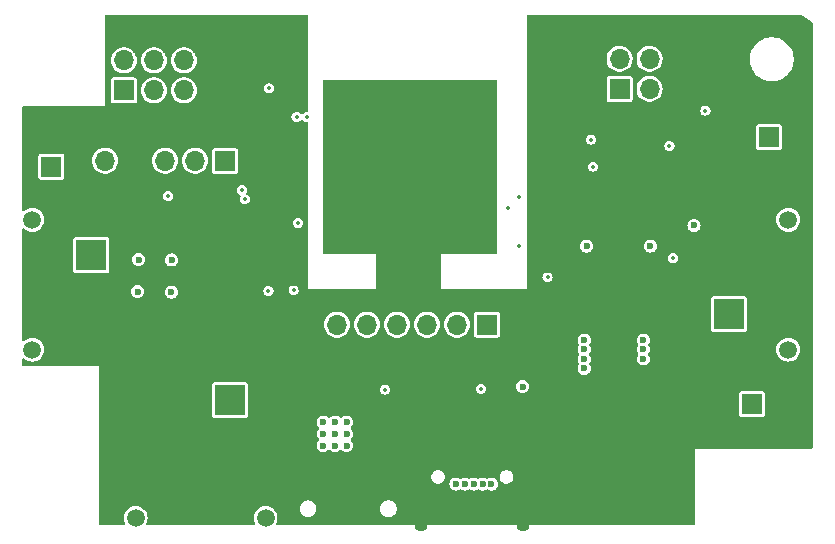
<source format=gbr>
%TF.GenerationSoftware,KiCad,Pcbnew,8.0.5*%
%TF.CreationDate,2024-10-31T19:08:10-07:00*%
%TF.ProjectId,PIG-19,5049472d-3139-42e6-9b69-6361645f7063,rev?*%
%TF.SameCoordinates,Original*%
%TF.FileFunction,Copper,L3,Inr*%
%TF.FilePolarity,Positive*%
%FSLAX46Y46*%
G04 Gerber Fmt 4.6, Leading zero omitted, Abs format (unit mm)*
G04 Created by KiCad (PCBNEW 8.0.5) date 2024-10-31 19:08:10*
%MOMM*%
%LPD*%
G01*
G04 APERTURE LIST*
G04 Aperture macros list*
%AMRoundRect*
0 Rectangle with rounded corners*
0 $1 Rounding radius*
0 $2 $3 $4 $5 $6 $7 $8 $9 X,Y pos of 4 corners*
0 Add a 4 corners polygon primitive as box body*
4,1,4,$2,$3,$4,$5,$6,$7,$8,$9,$2,$3,0*
0 Add four circle primitives for the rounded corners*
1,1,$1+$1,$2,$3*
1,1,$1+$1,$4,$5*
1,1,$1+$1,$6,$7*
1,1,$1+$1,$8,$9*
0 Add four rect primitives between the rounded corners*
20,1,$1+$1,$2,$3,$4,$5,0*
20,1,$1+$1,$4,$5,$6,$7,0*
20,1,$1+$1,$6,$7,$8,$9,0*
20,1,$1+$1,$8,$9,$2,$3,0*%
G04 Aperture macros list end*
%TA.AperFunction,ComponentPad*%
%ADD10R,1.700000X1.700000*%
%TD*%
%TA.AperFunction,ComponentPad*%
%ADD11O,1.700000X1.700000*%
%TD*%
%TA.AperFunction,ComponentPad*%
%ADD12C,2.550000*%
%TD*%
%TA.AperFunction,ComponentPad*%
%ADD13R,2.550000X2.550000*%
%TD*%
%TA.AperFunction,ComponentPad*%
%ADD14C,1.508000*%
%TD*%
%TA.AperFunction,ComponentPad*%
%ADD15O,1.000000X2.100000*%
%TD*%
%TA.AperFunction,ComponentPad*%
%ADD16RoundRect,0.250000X-0.250000X-0.650000X0.250000X-0.650000X0.250000X0.650000X-0.250000X0.650000X0*%
%TD*%
%TA.AperFunction,ViaPad*%
%ADD17C,0.350000*%
%TD*%
%TA.AperFunction,ViaPad*%
%ADD18C,0.600000*%
%TD*%
G04 APERTURE END LIST*
D10*
%TO.N,/mot-2*%
%TO.C,J6*%
X129496955Y-68127518D03*
D11*
%TO.N,GND*%
X129496955Y-65587518D03*
%TD*%
D10*
%TO.N,/SDA*%
%TO.C,BNO1*%
X144196955Y-67627518D03*
D11*
%TO.N,+3V3*%
X141656955Y-67627518D03*
%TO.N,/INT3*%
X139116955Y-67627518D03*
%TO.N,GND*%
X136576955Y-67627518D03*
%TO.N,/SCL*%
X134036955Y-67627518D03*
%TD*%
D12*
%TO.N,GND*%
%TO.C,J2*%
X186871955Y-75627518D03*
D13*
%TO.N,+BATT*%
X186871955Y-80627518D03*
D14*
%TO.N,unconnected-(J2-PadS1)*%
X191871955Y-83627518D03*
%TO.N,unconnected-(J2-PadS2)*%
X191871955Y-72627518D03*
%TD*%
D12*
%TO.N,GND*%
%TO.C,J9*%
X139621955Y-87871768D03*
D13*
%TO.N,Net-(SW3A-A)*%
X144621955Y-87871768D03*
D14*
%TO.N,unconnected-(J9-PadS1)*%
X136621955Y-97871768D03*
%TO.N,unconnected-(J9-PadS2)*%
X147621955Y-97871768D03*
%TD*%
D15*
%TO.N,GND*%
%TO.C,J11*%
X160801955Y-93897518D03*
X169441955Y-93897518D03*
D16*
X160801955Y-98077518D03*
X169441955Y-98077518D03*
%TD*%
D10*
%TO.N,+5V*%
%TO.C,LED1*%
X177596955Y-61527518D03*
D11*
X177596955Y-58987518D03*
%TO.N,/LED_S1*%
X180136955Y-61527518D03*
%TO.N,/LED_S2*%
X180136955Y-58987518D03*
%TO.N,GND*%
X182676955Y-61527518D03*
X182676955Y-58987518D03*
%TD*%
D10*
%TO.N,+BATT*%
%TO.C,LM298NPWR1*%
X188825000Y-88200000D03*
D11*
%TO.N,GND*%
X191365000Y-88200000D03*
%TD*%
D10*
%TO.N,/ENA*%
%TO.C,RescueDCPin1*%
X166370000Y-81500000D03*
D11*
%TO.N,/IN1*%
X163830000Y-81500000D03*
%TO.N,/IN2*%
X161290000Y-81500000D03*
%TO.N,/IN3*%
X158750000Y-81500000D03*
%TO.N,/IN4*%
X156210000Y-81500000D03*
%TO.N,/ENB*%
X153670000Y-81500000D03*
%TD*%
D10*
%TO.N,/mot-1*%
%TO.C,J5*%
X190246955Y-65627518D03*
D11*
%TO.N,GND*%
X190246955Y-68167518D03*
%TD*%
D10*
%TO.N,+5V*%
%TO.C,USS1*%
X135621955Y-61667518D03*
D11*
X135621955Y-59127518D03*
%TO.N,/Echo_1*%
X138161955Y-61667518D03*
%TO.N,/Echo_2*%
X138161955Y-59127518D03*
%TO.N,/Trig_1*%
X140701955Y-61667518D03*
%TO.N,/Trig_2*%
X140701955Y-59127518D03*
%TO.N,GND*%
X143241955Y-61667518D03*
X143241955Y-59127518D03*
%TD*%
D12*
%TO.N,GND*%
%TO.C,J1*%
X132871955Y-80627518D03*
D13*
%TO.N,+BATT*%
X132871955Y-75627518D03*
D14*
%TO.N,unconnected-(J1-PadS1)*%
X127871955Y-72627518D03*
%TO.N,unconnected-(J1-PadS2)*%
X127871955Y-83627518D03*
%TD*%
D17*
%TO.N,/SDA*%
X168121955Y-71600000D03*
D18*
%TO.N,GND*%
X141750000Y-81750000D03*
X173250000Y-92250000D03*
D17*
X159046955Y-68152518D03*
D18*
X180250000Y-94250000D03*
D17*
X133621955Y-65127518D03*
D18*
X176250000Y-95250000D03*
X178250000Y-95250000D03*
X179250000Y-96250000D03*
X174250000Y-96250000D03*
X177250000Y-94250000D03*
X177250000Y-96250000D03*
X181250000Y-93250000D03*
D17*
X150121955Y-62877518D03*
X160696955Y-66502518D03*
X133121955Y-65127518D03*
D18*
X156050000Y-62400000D03*
X178250000Y-92250000D03*
X142600000Y-77900000D03*
X177250000Y-92250000D03*
X180250000Y-92250000D03*
X160300000Y-62400000D03*
X179250000Y-95250000D03*
D17*
X160696955Y-69802518D03*
D18*
X185371955Y-88377518D03*
D17*
X133121955Y-64627518D03*
D18*
X173250000Y-95250000D03*
X179250000Y-94250000D03*
X163700000Y-62400000D03*
X176250000Y-92250000D03*
X177250000Y-95250000D03*
X155200000Y-62400000D03*
D17*
X160696955Y-68152518D03*
D18*
X143250000Y-82500000D03*
D17*
X182871955Y-68627518D03*
D18*
X178250000Y-96250000D03*
X142600000Y-78800000D03*
X176250000Y-94250000D03*
D17*
X150621955Y-62377518D03*
D18*
X143500000Y-77900000D03*
D17*
X159046955Y-66502518D03*
D18*
X174250000Y-92250000D03*
D17*
X180121955Y-66627518D03*
D18*
X158600000Y-62400000D03*
X161150000Y-62400000D03*
X175250000Y-94250000D03*
X174250000Y-93250000D03*
X173250000Y-96250000D03*
X175250000Y-95250000D03*
X179250000Y-93250000D03*
X175250000Y-93250000D03*
X180250000Y-93250000D03*
D17*
X183871955Y-68627518D03*
X179621955Y-66627518D03*
D18*
X185371955Y-89377518D03*
X178250000Y-94250000D03*
X143500000Y-77000000D03*
X173600000Y-56100000D03*
X176250000Y-96250000D03*
D17*
X182871955Y-68127518D03*
X183371955Y-68627518D03*
D18*
X177250000Y-93250000D03*
X173250000Y-93250000D03*
X179250000Y-92250000D03*
D17*
X150121955Y-62377518D03*
X180621955Y-66627518D03*
D18*
X178250000Y-93250000D03*
X184371955Y-89377518D03*
X157750000Y-62400000D03*
X142500000Y-82500000D03*
X180250000Y-95250000D03*
X175250000Y-96250000D03*
X163121955Y-89127518D03*
X163121955Y-88377518D03*
D17*
X159046955Y-69802518D03*
D18*
X184371955Y-88377518D03*
X143250000Y-81750000D03*
X181250000Y-96250000D03*
X171200000Y-56050000D03*
X171200000Y-60250000D03*
X159450000Y-62400000D03*
X143500000Y-78800000D03*
X174250000Y-95250000D03*
D17*
X183371955Y-68127518D03*
X132621955Y-65127518D03*
D18*
X180250000Y-96250000D03*
D17*
X133621955Y-64627518D03*
D18*
X181250000Y-95250000D03*
X162000000Y-62400000D03*
X162850000Y-62400000D03*
X174250000Y-94250000D03*
X181250000Y-94250000D03*
X162371955Y-88377518D03*
X181250000Y-92250000D03*
X141750000Y-82500000D03*
X173250000Y-94250000D03*
D17*
X133621955Y-64127518D03*
X150621955Y-62877518D03*
D18*
X142500000Y-81750000D03*
X162371955Y-89127518D03*
X142600000Y-77000000D03*
X176250000Y-93250000D03*
X156900000Y-62400000D03*
X175250000Y-92250000D03*
D17*
X182871955Y-67627518D03*
%TO.N,Net-(Accelerometer1-CS)*%
X175371955Y-68127518D03*
X175167365Y-65832108D03*
%TO.N,/SCL*%
X169046955Y-70702518D03*
%TO.N,+3V3*%
X150250000Y-63902518D03*
X184871955Y-63377518D03*
X181821955Y-66377518D03*
X151100000Y-63900000D03*
X150000000Y-78600000D03*
X147921955Y-61500000D03*
X150371955Y-72877518D03*
X147871955Y-78627518D03*
X171500000Y-77500000D03*
D18*
%TO.N,PWR-DIODE*%
X139650000Y-78750000D03*
X139675000Y-76025000D03*
X179600000Y-84400000D03*
X179600000Y-82800000D03*
X179600000Y-83600000D03*
X180200000Y-74850000D03*
%TO.N,+BATT*%
X183900000Y-73100000D03*
X153500000Y-91750000D03*
X153500000Y-90750000D03*
X152500000Y-90750000D03*
X154500000Y-91750000D03*
X152500000Y-91750000D03*
X154500000Y-89750000D03*
X152500000Y-89750000D03*
X136871955Y-76000000D03*
X154500000Y-90750000D03*
X153500000Y-89750000D03*
%TO.N,+5V*%
X174800000Y-74850000D03*
X174600000Y-82800000D03*
X174600000Y-83600000D03*
X174600000Y-85200000D03*
X169400000Y-86750000D03*
X174600000Y-84400000D03*
%TO.N,+V_USB*%
X163750000Y-95000000D03*
X165250000Y-95000000D03*
X166750000Y-95000000D03*
X164500000Y-95000000D03*
X166000000Y-95000000D03*
X136800000Y-78700000D03*
D17*
%TO.N,/mot-2*%
X145621955Y-70127518D03*
%TO.N,/DP*%
X165871955Y-86928045D03*
X157750000Y-87000000D03*
%TO.N,/Batt_S*%
X182121955Y-75877518D03*
X169121955Y-74877518D03*
%TO.N,/INT3*%
X145871955Y-70877518D03*
X139371955Y-70627518D03*
%TD*%
%TA.AperFunction,Conductor*%
%TO.N,GND*%
G36*
X151193039Y-55269685D02*
G01*
X151238794Y-55322489D01*
X151250000Y-55374000D01*
X151250000Y-63347768D01*
X151230315Y-63414807D01*
X151177511Y-63460562D01*
X151108353Y-63470506D01*
X151106604Y-63470242D01*
X151100000Y-63469196D01*
X151099999Y-63469196D01*
X151099998Y-63469196D01*
X150966878Y-63490279D01*
X150846778Y-63551473D01*
X150846774Y-63551476D01*
X150761422Y-63636829D01*
X150700099Y-63670314D01*
X150630407Y-63665330D01*
X150586060Y-63636829D01*
X150503225Y-63553994D01*
X150503221Y-63553991D01*
X150503220Y-63553990D01*
X150383126Y-63492799D01*
X150383124Y-63492798D01*
X150383121Y-63492797D01*
X150250002Y-63471714D01*
X150249998Y-63471714D01*
X150116878Y-63492797D01*
X149996778Y-63553991D01*
X149996774Y-63553994D01*
X149901476Y-63649292D01*
X149901473Y-63649296D01*
X149840279Y-63769396D01*
X149819196Y-63902515D01*
X149819196Y-63902520D01*
X149840279Y-64035639D01*
X149840280Y-64035642D01*
X149840281Y-64035644D01*
X149901472Y-64155738D01*
X149901473Y-64155739D01*
X149901476Y-64155743D01*
X149996774Y-64251041D01*
X149996778Y-64251044D01*
X149996780Y-64251046D01*
X150116874Y-64312237D01*
X150116876Y-64312237D01*
X150116878Y-64312238D01*
X150249998Y-64333322D01*
X150250000Y-64333322D01*
X150250002Y-64333322D01*
X150383121Y-64312238D01*
X150383121Y-64312237D01*
X150383126Y-64312237D01*
X150503220Y-64251046D01*
X150505743Y-64248523D01*
X150588578Y-64165689D01*
X150649901Y-64132204D01*
X150719593Y-64137188D01*
X150763940Y-64165689D01*
X150846774Y-64248523D01*
X150846778Y-64248526D01*
X150846780Y-64248528D01*
X150966874Y-64309719D01*
X150966876Y-64309719D01*
X150966878Y-64309720D01*
X151033437Y-64320261D01*
X151100000Y-64330804D01*
X151106600Y-64329758D01*
X151175891Y-64338711D01*
X151229345Y-64383705D01*
X151249987Y-64450455D01*
X151250000Y-64452231D01*
X151250000Y-78500000D01*
X157000000Y-78500000D01*
X157000000Y-75500000D01*
X152624000Y-75500000D01*
X152556961Y-75480315D01*
X152511206Y-75427511D01*
X152500000Y-75376000D01*
X152500000Y-60874000D01*
X152519685Y-60806961D01*
X152572489Y-60761206D01*
X152624000Y-60750000D01*
X167126000Y-60750000D01*
X167193039Y-60769685D01*
X167238794Y-60822489D01*
X167250000Y-60874000D01*
X167250000Y-75376000D01*
X167230315Y-75443039D01*
X167177511Y-75488794D01*
X167126000Y-75500000D01*
X162500000Y-75500000D01*
X162500000Y-78500000D01*
X169750000Y-78500000D01*
X169750000Y-77499997D01*
X171069196Y-77499997D01*
X171069196Y-77500002D01*
X171090279Y-77633121D01*
X171090280Y-77633124D01*
X171090281Y-77633126D01*
X171151472Y-77753220D01*
X171151473Y-77753221D01*
X171151476Y-77753225D01*
X171246774Y-77848523D01*
X171246778Y-77848526D01*
X171246780Y-77848528D01*
X171366874Y-77909719D01*
X171366876Y-77909719D01*
X171366878Y-77909720D01*
X171499998Y-77930804D01*
X171500000Y-77930804D01*
X171500002Y-77930804D01*
X171633121Y-77909720D01*
X171633121Y-77909719D01*
X171633126Y-77909719D01*
X171753220Y-77848528D01*
X171848528Y-77753220D01*
X171909719Y-77633126D01*
X171930804Y-77500000D01*
X171909719Y-77366874D01*
X171848528Y-77246780D01*
X171848526Y-77246778D01*
X171848523Y-77246774D01*
X171753225Y-77151476D01*
X171753221Y-77151473D01*
X171753220Y-77151472D01*
X171633126Y-77090281D01*
X171633124Y-77090280D01*
X171633121Y-77090279D01*
X171500002Y-77069196D01*
X171499998Y-77069196D01*
X171366878Y-77090279D01*
X171246778Y-77151473D01*
X171246774Y-77151476D01*
X171151476Y-77246774D01*
X171151473Y-77246778D01*
X171090279Y-77366878D01*
X171069196Y-77499997D01*
X169750000Y-77499997D01*
X169750000Y-75877515D01*
X181691151Y-75877515D01*
X181691151Y-75877520D01*
X181712234Y-76010639D01*
X181712235Y-76010642D01*
X181712236Y-76010644D01*
X181719551Y-76025000D01*
X181773428Y-76130739D01*
X181773431Y-76130743D01*
X181868729Y-76226041D01*
X181868733Y-76226044D01*
X181868735Y-76226046D01*
X181988829Y-76287237D01*
X181988831Y-76287237D01*
X181988833Y-76287238D01*
X182121953Y-76308322D01*
X182121955Y-76308322D01*
X182121957Y-76308322D01*
X182255076Y-76287238D01*
X182255076Y-76287237D01*
X182255081Y-76287237D01*
X182375175Y-76226046D01*
X182470483Y-76130738D01*
X182531674Y-76010644D01*
X182533360Y-75999999D01*
X182552759Y-75877520D01*
X182552759Y-75877515D01*
X182531675Y-75744396D01*
X182531674Y-75744394D01*
X182531674Y-75744392D01*
X182470483Y-75624298D01*
X182470481Y-75624296D01*
X182470478Y-75624292D01*
X182375180Y-75528994D01*
X182375176Y-75528991D01*
X182375175Y-75528990D01*
X182255081Y-75467799D01*
X182255079Y-75467798D01*
X182255076Y-75467797D01*
X182121957Y-75446714D01*
X182121953Y-75446714D01*
X181988833Y-75467797D01*
X181868733Y-75528991D01*
X181868729Y-75528994D01*
X181773431Y-75624292D01*
X181773428Y-75624296D01*
X181712234Y-75744396D01*
X181691151Y-75877515D01*
X169750000Y-75877515D01*
X169750000Y-74849999D01*
X174244750Y-74849999D01*
X174244750Y-74850000D01*
X174263670Y-74993708D01*
X174263671Y-74993712D01*
X174319137Y-75127622D01*
X174319138Y-75127624D01*
X174319139Y-75127625D01*
X174407379Y-75242621D01*
X174522375Y-75330861D01*
X174656291Y-75386330D01*
X174783280Y-75403048D01*
X174799999Y-75405250D01*
X174800000Y-75405250D01*
X174800001Y-75405250D01*
X174814977Y-75403278D01*
X174943709Y-75386330D01*
X175077625Y-75330861D01*
X175192621Y-75242621D01*
X175280861Y-75127625D01*
X175336330Y-74993709D01*
X175355250Y-74850000D01*
X175355250Y-74849999D01*
X179644750Y-74849999D01*
X179644750Y-74850000D01*
X179663670Y-74993708D01*
X179663671Y-74993712D01*
X179719137Y-75127622D01*
X179719138Y-75127624D01*
X179719139Y-75127625D01*
X179807379Y-75242621D01*
X179922375Y-75330861D01*
X180056291Y-75386330D01*
X180183280Y-75403048D01*
X180199999Y-75405250D01*
X180200000Y-75405250D01*
X180200001Y-75405250D01*
X180214977Y-75403278D01*
X180343709Y-75386330D01*
X180477625Y-75330861D01*
X180592621Y-75242621D01*
X180680861Y-75127625D01*
X180736330Y-74993709D01*
X180755250Y-74850000D01*
X180736330Y-74706291D01*
X180680861Y-74572375D01*
X180592621Y-74457379D01*
X180477625Y-74369139D01*
X180477624Y-74369138D01*
X180477622Y-74369137D01*
X180343712Y-74313671D01*
X180343710Y-74313670D01*
X180343709Y-74313670D01*
X180271854Y-74304210D01*
X180200001Y-74294750D01*
X180199999Y-74294750D01*
X180056291Y-74313670D01*
X180056287Y-74313671D01*
X179922377Y-74369137D01*
X179807379Y-74457379D01*
X179719137Y-74572377D01*
X179663671Y-74706287D01*
X179663670Y-74706291D01*
X179644750Y-74849999D01*
X175355250Y-74849999D01*
X175336330Y-74706291D01*
X175280861Y-74572375D01*
X175192621Y-74457379D01*
X175077625Y-74369139D01*
X175077624Y-74369138D01*
X175077622Y-74369137D01*
X174943712Y-74313671D01*
X174943710Y-74313670D01*
X174943709Y-74313670D01*
X174871854Y-74304210D01*
X174800001Y-74294750D01*
X174799999Y-74294750D01*
X174656291Y-74313670D01*
X174656287Y-74313671D01*
X174522377Y-74369137D01*
X174407379Y-74457379D01*
X174319137Y-74572377D01*
X174263671Y-74706287D01*
X174263670Y-74706291D01*
X174244750Y-74849999D01*
X169750000Y-74849999D01*
X169750000Y-73099999D01*
X183344750Y-73099999D01*
X183344750Y-73100000D01*
X183363670Y-73243708D01*
X183363671Y-73243712D01*
X183419137Y-73377622D01*
X183419138Y-73377624D01*
X183419139Y-73377625D01*
X183507379Y-73492621D01*
X183622375Y-73580861D01*
X183756291Y-73636330D01*
X183883280Y-73653048D01*
X183899999Y-73655250D01*
X183900000Y-73655250D01*
X183900001Y-73655250D01*
X183914977Y-73653278D01*
X184043709Y-73636330D01*
X184177625Y-73580861D01*
X184292621Y-73492621D01*
X184380861Y-73377625D01*
X184436330Y-73243709D01*
X184455250Y-73100000D01*
X184436330Y-72956291D01*
X184380861Y-72822375D01*
X184292621Y-72707379D01*
X184188545Y-72627518D01*
X190862595Y-72627518D01*
X190881989Y-72824432D01*
X190939429Y-73013787D01*
X191032699Y-73188282D01*
X191032703Y-73188289D01*
X191158229Y-73341243D01*
X191311183Y-73466769D01*
X191311190Y-73466773D01*
X191485685Y-73560043D01*
X191485687Y-73560043D01*
X191485690Y-73560045D01*
X191675039Y-73617483D01*
X191675038Y-73617483D01*
X191692694Y-73619221D01*
X191871955Y-73636878D01*
X192068871Y-73617483D01*
X192258220Y-73560045D01*
X192432725Y-73466770D01*
X192585680Y-73341243D01*
X192711207Y-73188288D01*
X192804482Y-73013783D01*
X192861920Y-72824434D01*
X192881315Y-72627518D01*
X192861920Y-72430602D01*
X192804482Y-72241253D01*
X192804480Y-72241250D01*
X192804480Y-72241248D01*
X192711210Y-72066753D01*
X192711206Y-72066746D01*
X192585680Y-71913792D01*
X192432726Y-71788266D01*
X192432719Y-71788262D01*
X192258224Y-71694992D01*
X192163545Y-71666272D01*
X192068871Y-71637553D01*
X192068869Y-71637552D01*
X192068871Y-71637552D01*
X191871955Y-71618158D01*
X191675040Y-71637552D01*
X191485685Y-71694992D01*
X191311190Y-71788262D01*
X191311183Y-71788266D01*
X191158229Y-71913792D01*
X191032703Y-72066746D01*
X191032699Y-72066753D01*
X190939429Y-72241248D01*
X190881989Y-72430603D01*
X190862595Y-72627518D01*
X184188545Y-72627518D01*
X184177625Y-72619139D01*
X184177624Y-72619138D01*
X184177622Y-72619137D01*
X184043712Y-72563671D01*
X184043710Y-72563670D01*
X184043709Y-72563670D01*
X183971854Y-72554210D01*
X183900001Y-72544750D01*
X183899999Y-72544750D01*
X183756291Y-72563670D01*
X183756287Y-72563671D01*
X183622377Y-72619137D01*
X183507379Y-72707379D01*
X183419137Y-72822377D01*
X183363671Y-72956287D01*
X183363670Y-72956291D01*
X183344750Y-73099999D01*
X169750000Y-73099999D01*
X169750000Y-68127515D01*
X174941151Y-68127515D01*
X174941151Y-68127520D01*
X174962234Y-68260639D01*
X174962235Y-68260642D01*
X174962236Y-68260644D01*
X175023427Y-68380738D01*
X175023428Y-68380739D01*
X175023431Y-68380743D01*
X175118729Y-68476041D01*
X175118733Y-68476044D01*
X175118735Y-68476046D01*
X175238829Y-68537237D01*
X175238831Y-68537237D01*
X175238833Y-68537238D01*
X175371953Y-68558322D01*
X175371955Y-68558322D01*
X175371957Y-68558322D01*
X175505076Y-68537238D01*
X175505076Y-68537237D01*
X175505081Y-68537237D01*
X175625175Y-68476046D01*
X175720483Y-68380738D01*
X175781674Y-68260644D01*
X175802759Y-68127518D01*
X175786803Y-68026778D01*
X175781675Y-67994396D01*
X175781674Y-67994394D01*
X175781674Y-67994392D01*
X175720483Y-67874298D01*
X175720481Y-67874296D01*
X175720478Y-67874292D01*
X175625180Y-67778994D01*
X175625176Y-67778991D01*
X175625175Y-67778990D01*
X175505081Y-67717799D01*
X175505079Y-67717798D01*
X175505076Y-67717797D01*
X175371957Y-67696714D01*
X175371953Y-67696714D01*
X175238833Y-67717797D01*
X175118733Y-67778991D01*
X175118729Y-67778994D01*
X175023431Y-67874292D01*
X175023428Y-67874296D01*
X174962234Y-67994396D01*
X174941151Y-68127515D01*
X169750000Y-68127515D01*
X169750000Y-66377515D01*
X181391151Y-66377515D01*
X181391151Y-66377520D01*
X181412234Y-66510639D01*
X181412235Y-66510642D01*
X181412236Y-66510644D01*
X181473427Y-66630738D01*
X181473428Y-66630739D01*
X181473431Y-66630743D01*
X181568729Y-66726041D01*
X181568733Y-66726044D01*
X181568735Y-66726046D01*
X181688829Y-66787237D01*
X181688831Y-66787237D01*
X181688833Y-66787238D01*
X181821953Y-66808322D01*
X181821955Y-66808322D01*
X181821957Y-66808322D01*
X181955076Y-66787238D01*
X181955076Y-66787237D01*
X181955081Y-66787237D01*
X182075175Y-66726046D01*
X182170483Y-66630738D01*
X182231674Y-66510644D01*
X182233012Y-66502196D01*
X182252759Y-66377520D01*
X182252759Y-66377515D01*
X182231675Y-66244396D01*
X182231674Y-66244394D01*
X182231674Y-66244392D01*
X182170483Y-66124298D01*
X182170481Y-66124296D01*
X182170478Y-66124292D01*
X182075180Y-66028994D01*
X182075176Y-66028991D01*
X182075175Y-66028990D01*
X181955081Y-65967799D01*
X181955079Y-65967798D01*
X181955076Y-65967797D01*
X181821957Y-65946714D01*
X181821953Y-65946714D01*
X181688833Y-65967797D01*
X181568733Y-66028991D01*
X181568729Y-66028994D01*
X181473431Y-66124292D01*
X181473428Y-66124296D01*
X181412234Y-66244396D01*
X181391151Y-66377515D01*
X169750000Y-66377515D01*
X169750000Y-65832105D01*
X174736561Y-65832105D01*
X174736561Y-65832110D01*
X174757644Y-65965229D01*
X174757645Y-65965232D01*
X174757646Y-65965234D01*
X174818837Y-66085328D01*
X174818838Y-66085329D01*
X174818841Y-66085333D01*
X174914139Y-66180631D01*
X174914143Y-66180634D01*
X174914145Y-66180636D01*
X175034239Y-66241827D01*
X175034241Y-66241827D01*
X175034243Y-66241828D01*
X175167363Y-66262912D01*
X175167365Y-66262912D01*
X175167367Y-66262912D01*
X175300486Y-66241828D01*
X175300486Y-66241827D01*
X175300491Y-66241827D01*
X175420585Y-66180636D01*
X175515893Y-66085328D01*
X175577084Y-65965234D01*
X175598169Y-65832108D01*
X175577084Y-65698982D01*
X175515893Y-65578888D01*
X175515891Y-65578886D01*
X175515888Y-65578882D01*
X175420590Y-65483584D01*
X175420586Y-65483581D01*
X175420585Y-65483580D01*
X175300491Y-65422389D01*
X175300489Y-65422388D01*
X175300486Y-65422387D01*
X175167367Y-65401304D01*
X175167363Y-65401304D01*
X175034243Y-65422387D01*
X174914143Y-65483581D01*
X174914139Y-65483584D01*
X174818841Y-65578882D01*
X174818838Y-65578886D01*
X174757644Y-65698986D01*
X174736561Y-65832105D01*
X169750000Y-65832105D01*
X169750000Y-64752839D01*
X189146455Y-64752839D01*
X189146455Y-66502196D01*
X189160987Y-66575253D01*
X189160988Y-66575257D01*
X189160989Y-66575258D01*
X189216354Y-66658119D01*
X189248770Y-66679778D01*
X189299215Y-66713484D01*
X189299219Y-66713485D01*
X189372276Y-66728017D01*
X189372279Y-66728018D01*
X189372281Y-66728018D01*
X191121631Y-66728018D01*
X191121632Y-66728017D01*
X191194695Y-66713484D01*
X191277556Y-66658119D01*
X191332921Y-66575258D01*
X191347455Y-66502192D01*
X191347455Y-64752844D01*
X191347455Y-64752841D01*
X191347454Y-64752839D01*
X191332922Y-64679782D01*
X191332921Y-64679778D01*
X191277556Y-64596917D01*
X191194695Y-64541552D01*
X191194694Y-64541551D01*
X191194690Y-64541550D01*
X191121632Y-64527018D01*
X191121629Y-64527018D01*
X189372281Y-64527018D01*
X189372278Y-64527018D01*
X189299219Y-64541550D01*
X189299215Y-64541551D01*
X189216354Y-64596917D01*
X189160988Y-64679778D01*
X189160987Y-64679782D01*
X189146455Y-64752839D01*
X169750000Y-64752839D01*
X169750000Y-63377515D01*
X184441151Y-63377515D01*
X184441151Y-63377520D01*
X184462234Y-63510639D01*
X184462235Y-63510642D01*
X184462236Y-63510644D01*
X184484324Y-63553994D01*
X184523428Y-63630739D01*
X184523431Y-63630743D01*
X184618729Y-63726041D01*
X184618733Y-63726044D01*
X184618735Y-63726046D01*
X184738829Y-63787237D01*
X184738831Y-63787237D01*
X184738833Y-63787238D01*
X184871953Y-63808322D01*
X184871955Y-63808322D01*
X184871957Y-63808322D01*
X185005076Y-63787238D01*
X185005076Y-63787237D01*
X185005081Y-63787237D01*
X185125175Y-63726046D01*
X185220483Y-63630738D01*
X185281674Y-63510644D01*
X185281675Y-63510639D01*
X185302759Y-63377520D01*
X185302759Y-63377515D01*
X185281675Y-63244396D01*
X185281674Y-63244394D01*
X185281674Y-63244392D01*
X185220483Y-63124298D01*
X185220481Y-63124296D01*
X185220478Y-63124292D01*
X185125180Y-63028994D01*
X185125176Y-63028991D01*
X185125175Y-63028990D01*
X185005081Y-62967799D01*
X185005079Y-62967798D01*
X185005076Y-62967797D01*
X184871957Y-62946714D01*
X184871953Y-62946714D01*
X184738833Y-62967797D01*
X184618733Y-63028991D01*
X184618729Y-63028994D01*
X184523431Y-63124292D01*
X184523428Y-63124296D01*
X184462234Y-63244396D01*
X184441151Y-63377515D01*
X169750000Y-63377515D01*
X169750000Y-60652839D01*
X176496455Y-60652839D01*
X176496455Y-62402196D01*
X176510987Y-62475253D01*
X176510988Y-62475257D01*
X176510989Y-62475258D01*
X176566354Y-62558119D01*
X176649215Y-62613484D01*
X176649219Y-62613485D01*
X176722276Y-62628017D01*
X176722279Y-62628018D01*
X176722281Y-62628018D01*
X178471631Y-62628018D01*
X178471632Y-62628017D01*
X178544695Y-62613484D01*
X178627556Y-62558119D01*
X178682921Y-62475258D01*
X178697455Y-62402192D01*
X178697455Y-61527517D01*
X179031740Y-61527517D01*
X179031740Y-61527518D01*
X179050557Y-61730600D01*
X179106372Y-61926765D01*
X179106377Y-61926778D01*
X179197282Y-62109339D01*
X179320192Y-62272099D01*
X179470913Y-62409498D01*
X179470915Y-62409500D01*
X179475113Y-62412099D01*
X179644318Y-62516866D01*
X179834499Y-62590542D01*
X180034979Y-62628018D01*
X180034981Y-62628018D01*
X180238929Y-62628018D01*
X180238931Y-62628018D01*
X180439411Y-62590542D01*
X180629592Y-62516866D01*
X180802996Y-62409499D01*
X180953719Y-62272097D01*
X181076628Y-62109339D01*
X181167537Y-61926768D01*
X181223352Y-61730601D01*
X181242170Y-61527518D01*
X181223352Y-61324435D01*
X181167537Y-61128268D01*
X181146339Y-61085697D01*
X181123227Y-61039282D01*
X181076628Y-60945697D01*
X180955681Y-60785537D01*
X180953717Y-60782936D01*
X180802996Y-60645537D01*
X180802994Y-60645535D01*
X180629597Y-60538173D01*
X180629590Y-60538169D01*
X180480056Y-60480240D01*
X180439411Y-60464494D01*
X180238931Y-60427018D01*
X180034979Y-60427018D01*
X179834499Y-60464494D01*
X179834496Y-60464494D01*
X179834496Y-60464495D01*
X179644319Y-60538169D01*
X179644312Y-60538173D01*
X179470915Y-60645535D01*
X179470913Y-60645537D01*
X179320192Y-60782936D01*
X179197282Y-60945696D01*
X179106377Y-61128257D01*
X179106372Y-61128270D01*
X179050557Y-61324435D01*
X179031740Y-61527517D01*
X178697455Y-61527517D01*
X178697455Y-60652844D01*
X178697455Y-60652841D01*
X178697454Y-60652839D01*
X178682922Y-60579782D01*
X178682921Y-60579778D01*
X178674395Y-60567018D01*
X178627556Y-60496917D01*
X178544695Y-60441552D01*
X178544694Y-60441551D01*
X178544690Y-60441550D01*
X178471632Y-60427018D01*
X178471629Y-60427018D01*
X176722281Y-60427018D01*
X176722278Y-60427018D01*
X176649219Y-60441550D01*
X176649215Y-60441551D01*
X176566354Y-60496917D01*
X176510988Y-60579778D01*
X176510987Y-60579782D01*
X176496455Y-60652839D01*
X169750000Y-60652839D01*
X169750000Y-58987517D01*
X176491740Y-58987517D01*
X176491740Y-58987518D01*
X176510557Y-59190600D01*
X176566372Y-59386765D01*
X176566377Y-59386778D01*
X176657282Y-59569339D01*
X176780192Y-59732099D01*
X176930913Y-59869498D01*
X176930915Y-59869500D01*
X176935113Y-59872099D01*
X177104318Y-59976866D01*
X177294499Y-60050542D01*
X177494979Y-60088018D01*
X177494981Y-60088018D01*
X177698929Y-60088018D01*
X177698931Y-60088018D01*
X177899411Y-60050542D01*
X178089592Y-59976866D01*
X178262996Y-59869499D01*
X178413719Y-59732097D01*
X178536628Y-59569339D01*
X178627537Y-59386768D01*
X178683352Y-59190601D01*
X178702170Y-58987518D01*
X178702170Y-58987517D01*
X179031740Y-58987517D01*
X179031740Y-58987518D01*
X179050557Y-59190600D01*
X179106372Y-59386765D01*
X179106377Y-59386778D01*
X179197282Y-59569339D01*
X179320192Y-59732099D01*
X179470913Y-59869498D01*
X179470915Y-59869500D01*
X179475113Y-59872099D01*
X179644318Y-59976866D01*
X179834499Y-60050542D01*
X180034979Y-60088018D01*
X180034981Y-60088018D01*
X180238929Y-60088018D01*
X180238931Y-60088018D01*
X180439411Y-60050542D01*
X180629592Y-59976866D01*
X180802996Y-59869499D01*
X180953719Y-59732097D01*
X181076628Y-59569339D01*
X181167537Y-59386768D01*
X181223352Y-59190601D01*
X181242170Y-58987518D01*
X181240054Y-58964687D01*
X181234494Y-58904686D01*
X188645045Y-58904686D01*
X188645045Y-59147263D01*
X188676706Y-59387760D01*
X188739492Y-59622079D01*
X188785063Y-59732097D01*
X188832321Y-59846187D01*
X188953609Y-60056264D01*
X188953611Y-60056267D01*
X188953612Y-60056268D01*
X189101278Y-60248711D01*
X189101284Y-60248718D01*
X189272801Y-60420235D01*
X189272807Y-60420240D01*
X189465256Y-60567911D01*
X189675333Y-60689199D01*
X189899445Y-60782029D01*
X190133756Y-60844813D01*
X190314131Y-60868559D01*
X190374256Y-60876475D01*
X190374257Y-60876475D01*
X190616834Y-60876475D01*
X190664933Y-60870142D01*
X190857334Y-60844813D01*
X191091645Y-60782029D01*
X191315757Y-60689199D01*
X191525834Y-60567911D01*
X191718283Y-60420240D01*
X191889810Y-60248713D01*
X192037481Y-60056264D01*
X192158769Y-59846187D01*
X192251599Y-59622075D01*
X192314383Y-59387764D01*
X192346045Y-59147263D01*
X192346045Y-58904687D01*
X192314383Y-58664186D01*
X192251599Y-58429875D01*
X192158769Y-58205763D01*
X192037481Y-57995686D01*
X191976563Y-57916296D01*
X191889811Y-57803238D01*
X191889805Y-57803231D01*
X191718288Y-57631714D01*
X191718281Y-57631708D01*
X191525838Y-57484042D01*
X191525837Y-57484041D01*
X191525834Y-57484039D01*
X191315757Y-57362751D01*
X191315750Y-57362748D01*
X191091649Y-57269922D01*
X190857330Y-57207136D01*
X190616834Y-57175475D01*
X190616833Y-57175475D01*
X190374257Y-57175475D01*
X190374256Y-57175475D01*
X190133759Y-57207136D01*
X189899440Y-57269922D01*
X189675339Y-57362748D01*
X189675330Y-57362752D01*
X189465251Y-57484042D01*
X189272808Y-57631708D01*
X189272801Y-57631714D01*
X189101284Y-57803231D01*
X189101278Y-57803238D01*
X188953612Y-57995681D01*
X188953609Y-57995685D01*
X188953609Y-57995686D01*
X188952175Y-57998170D01*
X188832322Y-58205760D01*
X188832318Y-58205769D01*
X188739492Y-58429870D01*
X188676706Y-58664189D01*
X188645045Y-58904686D01*
X181234494Y-58904686D01*
X181223352Y-58784435D01*
X181206209Y-58724186D01*
X181167537Y-58588268D01*
X181146339Y-58545697D01*
X181088667Y-58429875D01*
X181076628Y-58405697D01*
X180955681Y-58245537D01*
X180953717Y-58242936D01*
X180802996Y-58105537D01*
X180802994Y-58105535D01*
X180629597Y-57998173D01*
X180629590Y-57998169D01*
X180534501Y-57961332D01*
X180439411Y-57924494D01*
X180238931Y-57887018D01*
X180034979Y-57887018D01*
X179834499Y-57924494D01*
X179834496Y-57924494D01*
X179834496Y-57924495D01*
X179644319Y-57998169D01*
X179644312Y-57998173D01*
X179470915Y-58105535D01*
X179470913Y-58105537D01*
X179320192Y-58242936D01*
X179197282Y-58405696D01*
X179106377Y-58588257D01*
X179106372Y-58588270D01*
X179050557Y-58784435D01*
X179031740Y-58987517D01*
X178702170Y-58987517D01*
X178700054Y-58964687D01*
X178683352Y-58784435D01*
X178666209Y-58724186D01*
X178627537Y-58588268D01*
X178606339Y-58545697D01*
X178548667Y-58429875D01*
X178536628Y-58405697D01*
X178415681Y-58245537D01*
X178413717Y-58242936D01*
X178262996Y-58105537D01*
X178262994Y-58105535D01*
X178089597Y-57998173D01*
X178089590Y-57998169D01*
X177994501Y-57961332D01*
X177899411Y-57924494D01*
X177698931Y-57887018D01*
X177494979Y-57887018D01*
X177294499Y-57924494D01*
X177294496Y-57924494D01*
X177294496Y-57924495D01*
X177104319Y-57998169D01*
X177104312Y-57998173D01*
X176930915Y-58105535D01*
X176930913Y-58105537D01*
X176780192Y-58242936D01*
X176657282Y-58405696D01*
X176566377Y-58588257D01*
X176566372Y-58588270D01*
X176510557Y-58784435D01*
X176491740Y-58987517D01*
X169750000Y-58987517D01*
X169750000Y-55374000D01*
X169769685Y-55306961D01*
X169822489Y-55261206D01*
X169874000Y-55250000D01*
X192900517Y-55250000D01*
X192951390Y-55260916D01*
X193153779Y-55351965D01*
X193167040Y-55358923D01*
X193412600Y-55507330D01*
X193424916Y-55515829D01*
X193650799Y-55692770D01*
X193661999Y-55702690D01*
X193763469Y-55804155D01*
X193864898Y-55905578D01*
X193874830Y-55916789D01*
X193973611Y-56042875D01*
X193999460Y-56107788D01*
X194000000Y-56119348D01*
X194000000Y-91876000D01*
X193980315Y-91943039D01*
X193927511Y-91988794D01*
X193876000Y-92000000D01*
X184000000Y-92000000D01*
X184000000Y-98376000D01*
X183980315Y-98443039D01*
X183927511Y-98488794D01*
X183876000Y-98500000D01*
X148632030Y-98500000D01*
X148564991Y-98480315D01*
X148519236Y-98427511D01*
X148509292Y-98358353D01*
X148522672Y-98317547D01*
X148554480Y-98258037D01*
X148554480Y-98258036D01*
X148554482Y-98258033D01*
X148611920Y-98068684D01*
X148631315Y-97871768D01*
X148611920Y-97674852D01*
X148554482Y-97485503D01*
X148554480Y-97485500D01*
X148554480Y-97485498D01*
X148461210Y-97311003D01*
X148461206Y-97310996D01*
X148335680Y-97158042D01*
X148321632Y-97146513D01*
X150521454Y-97146513D01*
X150548373Y-97281840D01*
X150548376Y-97281850D01*
X150601176Y-97409322D01*
X150601183Y-97409335D01*
X150677840Y-97524059D01*
X150677843Y-97524063D01*
X150775409Y-97621629D01*
X150775413Y-97621632D01*
X150890137Y-97698289D01*
X150890150Y-97698296D01*
X151017622Y-97751096D01*
X151017627Y-97751098D01*
X151017631Y-97751098D01*
X151017632Y-97751099D01*
X151152959Y-97778018D01*
X151152962Y-97778018D01*
X151290950Y-97778018D01*
X151381996Y-97759907D01*
X151426283Y-97751098D01*
X151553766Y-97698293D01*
X151668497Y-97621632D01*
X151766069Y-97524060D01*
X151842730Y-97409329D01*
X151895535Y-97281846D01*
X151920161Y-97158043D01*
X151922455Y-97146513D01*
X157321454Y-97146513D01*
X157348373Y-97281840D01*
X157348376Y-97281850D01*
X157401176Y-97409322D01*
X157401183Y-97409335D01*
X157477840Y-97524059D01*
X157477843Y-97524063D01*
X157575409Y-97621629D01*
X157575413Y-97621632D01*
X157690137Y-97698289D01*
X157690150Y-97698296D01*
X157817622Y-97751096D01*
X157817627Y-97751098D01*
X157817631Y-97751098D01*
X157817632Y-97751099D01*
X157952959Y-97778018D01*
X157952962Y-97778018D01*
X158090950Y-97778018D01*
X158181996Y-97759907D01*
X158226283Y-97751098D01*
X158353766Y-97698293D01*
X158468497Y-97621632D01*
X158566069Y-97524060D01*
X158642730Y-97409329D01*
X158695535Y-97281846D01*
X158720161Y-97158043D01*
X158722455Y-97146513D01*
X158722455Y-97008522D01*
X158695536Y-96873195D01*
X158695535Y-96873194D01*
X158695535Y-96873190D01*
X158665093Y-96799696D01*
X158642733Y-96745713D01*
X158642726Y-96745700D01*
X158566069Y-96630976D01*
X158566066Y-96630972D01*
X158468500Y-96533406D01*
X158468496Y-96533403D01*
X158353772Y-96456746D01*
X158353759Y-96456739D01*
X158226287Y-96403939D01*
X158226277Y-96403936D01*
X158090950Y-96377018D01*
X158090948Y-96377018D01*
X157952962Y-96377018D01*
X157952960Y-96377018D01*
X157817632Y-96403936D01*
X157817622Y-96403939D01*
X157690150Y-96456739D01*
X157690137Y-96456746D01*
X157575413Y-96533403D01*
X157575409Y-96533406D01*
X157477843Y-96630972D01*
X157477840Y-96630976D01*
X157401183Y-96745700D01*
X157401176Y-96745713D01*
X157348376Y-96873185D01*
X157348373Y-96873195D01*
X157321455Y-97008522D01*
X157321455Y-97008525D01*
X157321455Y-97146511D01*
X157321455Y-97146513D01*
X157321454Y-97146513D01*
X151922455Y-97146513D01*
X151922455Y-97008522D01*
X151895536Y-96873195D01*
X151895535Y-96873194D01*
X151895535Y-96873190D01*
X151865093Y-96799696D01*
X151842733Y-96745713D01*
X151842726Y-96745700D01*
X151766069Y-96630976D01*
X151766066Y-96630972D01*
X151668500Y-96533406D01*
X151668496Y-96533403D01*
X151553772Y-96456746D01*
X151553759Y-96456739D01*
X151426287Y-96403939D01*
X151426277Y-96403936D01*
X151290950Y-96377018D01*
X151290948Y-96377018D01*
X151152962Y-96377018D01*
X151152960Y-96377018D01*
X151017632Y-96403936D01*
X151017622Y-96403939D01*
X150890150Y-96456739D01*
X150890137Y-96456746D01*
X150775413Y-96533403D01*
X150775409Y-96533406D01*
X150677843Y-96630972D01*
X150677840Y-96630976D01*
X150601183Y-96745700D01*
X150601176Y-96745713D01*
X150548376Y-96873185D01*
X150548373Y-96873195D01*
X150521455Y-97008522D01*
X150521455Y-97008525D01*
X150521455Y-97146511D01*
X150521455Y-97146513D01*
X150521454Y-97146513D01*
X148321632Y-97146513D01*
X148182726Y-97032516D01*
X148182719Y-97032512D01*
X148008224Y-96939242D01*
X147859953Y-96894265D01*
X147818871Y-96881803D01*
X147818869Y-96881802D01*
X147818871Y-96881802D01*
X147621955Y-96862408D01*
X147425040Y-96881802D01*
X147235685Y-96939242D01*
X147061190Y-97032512D01*
X147061183Y-97032516D01*
X146908229Y-97158042D01*
X146782703Y-97310996D01*
X146782699Y-97311003D01*
X146689429Y-97485498D01*
X146631989Y-97674853D01*
X146612595Y-97871768D01*
X146631989Y-98068682D01*
X146689429Y-98258037D01*
X146721238Y-98317547D01*
X146735480Y-98385950D01*
X146710480Y-98451194D01*
X146654175Y-98492564D01*
X146611880Y-98500000D01*
X137632030Y-98500000D01*
X137564991Y-98480315D01*
X137519236Y-98427511D01*
X137509292Y-98358353D01*
X137522672Y-98317547D01*
X137554480Y-98258037D01*
X137554480Y-98258036D01*
X137554482Y-98258033D01*
X137611920Y-98068684D01*
X137631315Y-97871768D01*
X137611920Y-97674852D01*
X137554482Y-97485503D01*
X137554480Y-97485500D01*
X137554480Y-97485498D01*
X137461210Y-97311003D01*
X137461206Y-97310996D01*
X137335680Y-97158042D01*
X137182726Y-97032516D01*
X137182719Y-97032512D01*
X137008224Y-96939242D01*
X136859953Y-96894265D01*
X136818871Y-96881803D01*
X136818869Y-96881802D01*
X136818871Y-96881802D01*
X136621955Y-96862408D01*
X136425040Y-96881802D01*
X136235685Y-96939242D01*
X136061190Y-97032512D01*
X136061183Y-97032516D01*
X135908229Y-97158042D01*
X135782703Y-97310996D01*
X135782699Y-97311003D01*
X135689429Y-97485498D01*
X135631989Y-97674853D01*
X135612595Y-97871768D01*
X135631989Y-98068682D01*
X135689429Y-98258037D01*
X135721238Y-98317547D01*
X135735480Y-98385950D01*
X135710480Y-98451194D01*
X135654175Y-98492564D01*
X135611880Y-98500000D01*
X133624000Y-98500000D01*
X133556961Y-98480315D01*
X133511206Y-98427511D01*
X133500000Y-98376000D01*
X133500000Y-94999999D01*
X163194750Y-94999999D01*
X163194750Y-95000000D01*
X163213670Y-95143708D01*
X163213671Y-95143712D01*
X163269137Y-95277622D01*
X163269138Y-95277624D01*
X163269139Y-95277625D01*
X163357379Y-95392621D01*
X163472375Y-95480861D01*
X163606291Y-95536330D01*
X163733280Y-95553048D01*
X163749999Y-95555250D01*
X163750000Y-95555250D01*
X163750001Y-95555250D01*
X163764977Y-95553278D01*
X163893709Y-95536330D01*
X164027625Y-95480861D01*
X164049514Y-95464065D01*
X164114683Y-95438871D01*
X164183128Y-95452909D01*
X164200487Y-95464065D01*
X164222375Y-95480861D01*
X164356291Y-95536330D01*
X164483280Y-95553048D01*
X164499999Y-95555250D01*
X164500000Y-95555250D01*
X164500001Y-95555250D01*
X164514977Y-95553278D01*
X164643709Y-95536330D01*
X164777625Y-95480861D01*
X164799514Y-95464065D01*
X164864683Y-95438871D01*
X164933128Y-95452909D01*
X164950487Y-95464065D01*
X164972375Y-95480861D01*
X165106291Y-95536330D01*
X165233280Y-95553048D01*
X165249999Y-95555250D01*
X165250000Y-95555250D01*
X165250001Y-95555250D01*
X165264977Y-95553278D01*
X165393709Y-95536330D01*
X165527625Y-95480861D01*
X165549514Y-95464065D01*
X165614683Y-95438871D01*
X165683128Y-95452909D01*
X165700487Y-95464065D01*
X165722375Y-95480861D01*
X165856291Y-95536330D01*
X165983280Y-95553048D01*
X165999999Y-95555250D01*
X166000000Y-95555250D01*
X166000001Y-95555250D01*
X166014977Y-95553278D01*
X166143709Y-95536330D01*
X166277625Y-95480861D01*
X166299514Y-95464065D01*
X166364683Y-95438871D01*
X166433128Y-95452909D01*
X166450487Y-95464065D01*
X166472375Y-95480861D01*
X166606291Y-95536330D01*
X166733280Y-95553048D01*
X166749999Y-95555250D01*
X166750000Y-95555250D01*
X166750001Y-95555250D01*
X166764977Y-95553278D01*
X166893709Y-95536330D01*
X167027625Y-95480861D01*
X167142621Y-95392621D01*
X167230861Y-95277625D01*
X167286330Y-95143709D01*
X167305250Y-95000000D01*
X167286330Y-94856291D01*
X167230861Y-94722375D01*
X167142621Y-94607379D01*
X167027625Y-94519139D01*
X167027624Y-94519138D01*
X167027622Y-94519137D01*
X166893712Y-94463671D01*
X166893710Y-94463670D01*
X166893709Y-94463670D01*
X166821854Y-94454210D01*
X166750001Y-94444750D01*
X166749999Y-94444750D01*
X166606291Y-94463670D01*
X166606287Y-94463671D01*
X166472375Y-94519138D01*
X166450485Y-94535935D01*
X166385315Y-94561128D01*
X166316871Y-94547089D01*
X166299515Y-94535935D01*
X166277624Y-94519138D01*
X166277625Y-94519138D01*
X166143712Y-94463671D01*
X166143710Y-94463670D01*
X166143709Y-94463670D01*
X166071854Y-94454210D01*
X166000001Y-94444750D01*
X165999999Y-94444750D01*
X165856291Y-94463670D01*
X165856287Y-94463671D01*
X165722375Y-94519138D01*
X165700485Y-94535935D01*
X165635315Y-94561128D01*
X165566871Y-94547089D01*
X165549515Y-94535935D01*
X165527624Y-94519138D01*
X165527625Y-94519138D01*
X165393712Y-94463671D01*
X165393710Y-94463670D01*
X165393709Y-94463670D01*
X165321854Y-94454210D01*
X165250001Y-94444750D01*
X165249999Y-94444750D01*
X165106291Y-94463670D01*
X165106287Y-94463671D01*
X164972375Y-94519138D01*
X164950485Y-94535935D01*
X164885315Y-94561128D01*
X164816871Y-94547089D01*
X164799515Y-94535935D01*
X164777624Y-94519138D01*
X164777625Y-94519138D01*
X164643712Y-94463671D01*
X164643710Y-94463670D01*
X164643709Y-94463670D01*
X164571854Y-94454210D01*
X164500001Y-94444750D01*
X164499999Y-94444750D01*
X164356291Y-94463670D01*
X164356287Y-94463671D01*
X164222375Y-94519138D01*
X164200485Y-94535935D01*
X164135315Y-94561128D01*
X164066871Y-94547089D01*
X164049515Y-94535935D01*
X164027624Y-94519138D01*
X164027625Y-94519138D01*
X163893712Y-94463671D01*
X163893710Y-94463670D01*
X163893709Y-94463670D01*
X163821854Y-94454210D01*
X163750001Y-94444750D01*
X163749999Y-94444750D01*
X163606291Y-94463670D01*
X163606287Y-94463671D01*
X163472377Y-94519137D01*
X163357379Y-94607379D01*
X163269137Y-94722377D01*
X163213671Y-94856287D01*
X163213670Y-94856291D01*
X163194750Y-94999999D01*
X133500000Y-94999999D01*
X133500000Y-94321752D01*
X161656455Y-94321752D01*
X161656455Y-94473283D01*
X161695674Y-94619654D01*
X161730393Y-94679788D01*
X161771440Y-94750883D01*
X161878590Y-94858033D01*
X162009820Y-94933799D01*
X162156189Y-94973018D01*
X162156191Y-94973018D01*
X162307719Y-94973018D01*
X162307721Y-94973018D01*
X162454090Y-94933799D01*
X162585320Y-94858033D01*
X162692470Y-94750883D01*
X162768236Y-94619653D01*
X162807455Y-94473284D01*
X162807455Y-94321752D01*
X167436455Y-94321752D01*
X167436455Y-94473283D01*
X167475674Y-94619654D01*
X167510393Y-94679788D01*
X167551440Y-94750883D01*
X167658590Y-94858033D01*
X167789820Y-94933799D01*
X167936189Y-94973018D01*
X167936191Y-94973018D01*
X168087719Y-94973018D01*
X168087721Y-94973018D01*
X168234090Y-94933799D01*
X168365320Y-94858033D01*
X168472470Y-94750883D01*
X168548236Y-94619653D01*
X168587455Y-94473284D01*
X168587455Y-94321752D01*
X168548236Y-94175383D01*
X168472470Y-94044153D01*
X168365320Y-93937003D01*
X168295645Y-93896776D01*
X168234091Y-93861237D01*
X168142799Y-93836776D01*
X168087721Y-93822018D01*
X167936189Y-93822018D01*
X167789818Y-93861237D01*
X167658590Y-93937003D01*
X167658587Y-93937005D01*
X167551442Y-94044150D01*
X167551440Y-94044153D01*
X167475674Y-94175381D01*
X167436455Y-94321752D01*
X162807455Y-94321752D01*
X162768236Y-94175383D01*
X162692470Y-94044153D01*
X162585320Y-93937003D01*
X162515645Y-93896776D01*
X162454091Y-93861237D01*
X162362799Y-93836776D01*
X162307721Y-93822018D01*
X162156189Y-93822018D01*
X162009818Y-93861237D01*
X161878590Y-93937003D01*
X161878587Y-93937005D01*
X161771442Y-94044150D01*
X161771440Y-94044153D01*
X161695674Y-94175381D01*
X161656455Y-94321752D01*
X133500000Y-94321752D01*
X133500000Y-89749999D01*
X151944750Y-89749999D01*
X151944750Y-89750000D01*
X151963670Y-89893708D01*
X151963671Y-89893712D01*
X152019137Y-90027622D01*
X152019138Y-90027624D01*
X152019139Y-90027625D01*
X152107379Y-90142621D01*
X152116711Y-90149782D01*
X152119113Y-90151625D01*
X152160316Y-90208053D01*
X152164470Y-90277799D01*
X152130257Y-90338719D01*
X152119113Y-90348375D01*
X152107381Y-90357377D01*
X152019137Y-90472377D01*
X151963671Y-90606287D01*
X151963670Y-90606291D01*
X151944750Y-90749999D01*
X151944750Y-90750000D01*
X151963670Y-90893708D01*
X151963671Y-90893712D01*
X152019137Y-91027622D01*
X152019138Y-91027624D01*
X152019139Y-91027625D01*
X152107379Y-91142621D01*
X152116711Y-91149782D01*
X152119113Y-91151625D01*
X152160316Y-91208053D01*
X152164470Y-91277799D01*
X152130257Y-91338719D01*
X152119113Y-91348375D01*
X152107381Y-91357377D01*
X152019137Y-91472377D01*
X151963671Y-91606287D01*
X151963670Y-91606291D01*
X151944750Y-91749999D01*
X151944750Y-91750000D01*
X151963670Y-91893708D01*
X151963671Y-91893712D01*
X152019137Y-92027622D01*
X152019138Y-92027624D01*
X152019139Y-92027625D01*
X152107379Y-92142621D01*
X152222375Y-92230861D01*
X152356291Y-92286330D01*
X152483280Y-92303048D01*
X152499999Y-92305250D01*
X152500000Y-92305250D01*
X152500001Y-92305250D01*
X152514977Y-92303278D01*
X152643709Y-92286330D01*
X152777625Y-92230861D01*
X152892621Y-92142621D01*
X152901625Y-92130886D01*
X152958050Y-92089685D01*
X153027796Y-92085529D01*
X153088717Y-92119740D01*
X153098367Y-92130876D01*
X153107379Y-92142621D01*
X153222375Y-92230861D01*
X153356291Y-92286330D01*
X153483280Y-92303048D01*
X153499999Y-92305250D01*
X153500000Y-92305250D01*
X153500001Y-92305250D01*
X153514977Y-92303278D01*
X153643709Y-92286330D01*
X153777625Y-92230861D01*
X153892621Y-92142621D01*
X153901625Y-92130886D01*
X153958050Y-92089685D01*
X154027796Y-92085529D01*
X154088717Y-92119740D01*
X154098367Y-92130876D01*
X154107379Y-92142621D01*
X154222375Y-92230861D01*
X154356291Y-92286330D01*
X154483280Y-92303048D01*
X154499999Y-92305250D01*
X154500000Y-92305250D01*
X154500001Y-92305250D01*
X154514977Y-92303278D01*
X154643709Y-92286330D01*
X154777625Y-92230861D01*
X154892621Y-92142621D01*
X154980861Y-92027625D01*
X155036330Y-91893709D01*
X155055250Y-91750000D01*
X155036330Y-91606291D01*
X154980861Y-91472375D01*
X154892621Y-91357379D01*
X154880886Y-91348374D01*
X154839685Y-91291950D01*
X154835529Y-91222204D01*
X154869740Y-91161283D01*
X154880876Y-91151632D01*
X154892621Y-91142621D01*
X154980861Y-91027625D01*
X155036330Y-90893709D01*
X155055250Y-90750000D01*
X155036330Y-90606291D01*
X154980861Y-90472375D01*
X154892621Y-90357379D01*
X154880886Y-90348374D01*
X154839685Y-90291950D01*
X154835529Y-90222204D01*
X154869740Y-90161283D01*
X154880876Y-90151632D01*
X154892621Y-90142621D01*
X154980861Y-90027625D01*
X155036330Y-89893709D01*
X155055250Y-89750000D01*
X155036330Y-89606291D01*
X154980861Y-89472375D01*
X154892621Y-89357379D01*
X154777625Y-89269139D01*
X154777624Y-89269138D01*
X154777622Y-89269137D01*
X154643712Y-89213671D01*
X154643710Y-89213670D01*
X154643709Y-89213670D01*
X154571854Y-89204210D01*
X154500001Y-89194750D01*
X154499999Y-89194750D01*
X154356291Y-89213670D01*
X154356287Y-89213671D01*
X154222377Y-89269137D01*
X154200444Y-89285967D01*
X154107379Y-89357379D01*
X154107378Y-89357380D01*
X154107377Y-89357381D01*
X154098375Y-89369113D01*
X154041947Y-89410316D01*
X153972201Y-89414470D01*
X153911281Y-89380257D01*
X153901625Y-89369113D01*
X153899782Y-89366711D01*
X153892621Y-89357379D01*
X153777625Y-89269139D01*
X153777624Y-89269138D01*
X153777622Y-89269137D01*
X153643712Y-89213671D01*
X153643710Y-89213670D01*
X153643709Y-89213670D01*
X153571854Y-89204210D01*
X153500001Y-89194750D01*
X153499999Y-89194750D01*
X153356291Y-89213670D01*
X153356287Y-89213671D01*
X153222377Y-89269137D01*
X153200444Y-89285967D01*
X153107379Y-89357379D01*
X153107378Y-89357380D01*
X153107377Y-89357381D01*
X153098375Y-89369113D01*
X153041947Y-89410316D01*
X152972201Y-89414470D01*
X152911281Y-89380257D01*
X152901625Y-89369113D01*
X152899782Y-89366711D01*
X152892621Y-89357379D01*
X152777625Y-89269139D01*
X152777624Y-89269138D01*
X152777622Y-89269137D01*
X152643712Y-89213671D01*
X152643710Y-89213670D01*
X152643709Y-89213670D01*
X152571854Y-89204210D01*
X152500001Y-89194750D01*
X152499999Y-89194750D01*
X152356291Y-89213670D01*
X152356287Y-89213671D01*
X152222377Y-89269137D01*
X152107379Y-89357379D01*
X152019137Y-89472377D01*
X151963671Y-89606287D01*
X151963670Y-89606291D01*
X151944750Y-89749999D01*
X133500000Y-89749999D01*
X133500000Y-86572089D01*
X143096455Y-86572089D01*
X143096455Y-89171446D01*
X143110987Y-89244503D01*
X143110988Y-89244507D01*
X143110989Y-89244508D01*
X143166354Y-89327369D01*
X143245508Y-89380257D01*
X143249215Y-89382734D01*
X143249219Y-89382735D01*
X143322276Y-89397267D01*
X143322279Y-89397268D01*
X143322281Y-89397268D01*
X145921631Y-89397268D01*
X145921632Y-89397267D01*
X145994695Y-89382734D01*
X146077556Y-89327369D01*
X146132921Y-89244508D01*
X146147455Y-89171442D01*
X146147455Y-86999997D01*
X157319196Y-86999997D01*
X157319196Y-87000002D01*
X157340279Y-87133121D01*
X157340280Y-87133124D01*
X157340281Y-87133126D01*
X157400983Y-87252260D01*
X157401473Y-87253221D01*
X157401476Y-87253225D01*
X157496774Y-87348523D01*
X157496778Y-87348526D01*
X157496780Y-87348528D01*
X157616874Y-87409719D01*
X157616876Y-87409719D01*
X157616878Y-87409720D01*
X157749998Y-87430804D01*
X157750000Y-87430804D01*
X157750002Y-87430804D01*
X157883121Y-87409720D01*
X157883121Y-87409719D01*
X157883126Y-87409719D01*
X158003220Y-87348528D01*
X158098528Y-87253220D01*
X158159719Y-87133126D01*
X158171116Y-87061171D01*
X158180804Y-87000002D01*
X158180804Y-86999997D01*
X158169407Y-86928042D01*
X165441151Y-86928042D01*
X165441151Y-86928047D01*
X165462234Y-87061166D01*
X165462235Y-87061169D01*
X165462236Y-87061171D01*
X165503737Y-87142621D01*
X165523428Y-87181266D01*
X165523431Y-87181270D01*
X165618729Y-87276568D01*
X165618733Y-87276571D01*
X165618735Y-87276573D01*
X165738829Y-87337764D01*
X165738831Y-87337764D01*
X165738833Y-87337765D01*
X165871953Y-87358849D01*
X165871955Y-87358849D01*
X165871957Y-87358849D01*
X166005076Y-87337765D01*
X166005076Y-87337764D01*
X166005081Y-87337764D01*
X166029502Y-87325321D01*
X187724500Y-87325321D01*
X187724500Y-89074678D01*
X187739032Y-89147735D01*
X187739033Y-89147739D01*
X187739034Y-89147740D01*
X187794399Y-89230601D01*
X187877260Y-89285966D01*
X187877264Y-89285967D01*
X187950321Y-89300499D01*
X187950324Y-89300500D01*
X187950326Y-89300500D01*
X189699676Y-89300500D01*
X189699677Y-89300499D01*
X189772740Y-89285966D01*
X189855601Y-89230601D01*
X189910966Y-89147740D01*
X189925500Y-89074674D01*
X189925500Y-87325326D01*
X189925500Y-87325323D01*
X189925499Y-87325321D01*
X189910967Y-87252264D01*
X189910966Y-87252260D01*
X189855601Y-87169399D01*
X189772740Y-87114034D01*
X189772739Y-87114033D01*
X189772735Y-87114032D01*
X189699677Y-87099500D01*
X189699674Y-87099500D01*
X187950326Y-87099500D01*
X187950323Y-87099500D01*
X187877264Y-87114032D01*
X187877260Y-87114033D01*
X187794399Y-87169399D01*
X187739033Y-87252260D01*
X187739032Y-87252264D01*
X187724500Y-87325321D01*
X166029502Y-87325321D01*
X166125175Y-87276573D01*
X166220483Y-87181265D01*
X166281674Y-87061171D01*
X166291362Y-87000002D01*
X166302759Y-86928047D01*
X166302759Y-86928042D01*
X166281675Y-86794923D01*
X166281674Y-86794921D01*
X166281674Y-86794919D01*
X166258786Y-86749999D01*
X168844750Y-86749999D01*
X168844750Y-86750000D01*
X168863670Y-86893708D01*
X168863671Y-86893712D01*
X168919137Y-87027622D01*
X168919138Y-87027624D01*
X168919139Y-87027625D01*
X169007379Y-87142621D01*
X169122375Y-87230861D01*
X169256291Y-87286330D01*
X169383280Y-87303048D01*
X169399999Y-87305250D01*
X169400000Y-87305250D01*
X169400001Y-87305250D01*
X169414977Y-87303278D01*
X169543709Y-87286330D01*
X169677625Y-87230861D01*
X169792621Y-87142621D01*
X169880861Y-87027625D01*
X169936330Y-86893709D01*
X169955250Y-86750000D01*
X169936330Y-86606291D01*
X169880861Y-86472375D01*
X169792621Y-86357379D01*
X169677625Y-86269139D01*
X169677624Y-86269138D01*
X169677622Y-86269137D01*
X169543712Y-86213671D01*
X169543710Y-86213670D01*
X169543709Y-86213670D01*
X169471854Y-86204210D01*
X169400001Y-86194750D01*
X169399999Y-86194750D01*
X169256291Y-86213670D01*
X169256287Y-86213671D01*
X169122377Y-86269137D01*
X169007379Y-86357379D01*
X168919137Y-86472377D01*
X168863671Y-86606287D01*
X168863670Y-86606291D01*
X168844750Y-86749999D01*
X166258786Y-86749999D01*
X166220483Y-86674825D01*
X166220481Y-86674823D01*
X166220478Y-86674819D01*
X166125180Y-86579521D01*
X166125176Y-86579518D01*
X166125175Y-86579517D01*
X166005081Y-86518326D01*
X166005079Y-86518325D01*
X166005076Y-86518324D01*
X165871957Y-86497241D01*
X165871953Y-86497241D01*
X165738833Y-86518324D01*
X165618733Y-86579518D01*
X165618729Y-86579521D01*
X165523431Y-86674819D01*
X165523428Y-86674823D01*
X165462234Y-86794923D01*
X165441151Y-86928042D01*
X158169407Y-86928042D01*
X158159720Y-86866878D01*
X158159719Y-86866876D01*
X158159719Y-86866874D01*
X158098528Y-86746780D01*
X158098526Y-86746778D01*
X158098523Y-86746774D01*
X158003225Y-86651476D01*
X158003221Y-86651473D01*
X158003220Y-86651472D01*
X157883126Y-86590281D01*
X157883124Y-86590280D01*
X157883121Y-86590279D01*
X157750002Y-86569196D01*
X157749998Y-86569196D01*
X157616878Y-86590279D01*
X157616874Y-86590280D01*
X157616874Y-86590281D01*
X157585453Y-86606291D01*
X157496778Y-86651473D01*
X157496774Y-86651476D01*
X157401476Y-86746774D01*
X157401473Y-86746778D01*
X157340279Y-86866878D01*
X157319196Y-86999997D01*
X146147455Y-86999997D01*
X146147455Y-86572094D01*
X146147455Y-86572091D01*
X146147454Y-86572089D01*
X146132922Y-86499032D01*
X146132921Y-86499028D01*
X146131727Y-86497241D01*
X146077556Y-86416167D01*
X145994695Y-86360802D01*
X145994694Y-86360801D01*
X145994690Y-86360800D01*
X145921632Y-86346268D01*
X145921629Y-86346268D01*
X143322281Y-86346268D01*
X143322278Y-86346268D01*
X143249219Y-86360800D01*
X143249215Y-86360801D01*
X143166354Y-86416167D01*
X143110988Y-86499028D01*
X143110987Y-86499032D01*
X143096455Y-86572089D01*
X133500000Y-86572089D01*
X133500000Y-85000000D01*
X127124000Y-85000000D01*
X127056961Y-84980315D01*
X127011206Y-84927511D01*
X127000000Y-84876000D01*
X127000000Y-84473563D01*
X127019685Y-84406524D01*
X127072489Y-84360769D01*
X127141647Y-84350825D01*
X127202665Y-84377710D01*
X127311183Y-84466769D01*
X127311190Y-84466773D01*
X127485685Y-84560043D01*
X127485687Y-84560043D01*
X127485690Y-84560045D01*
X127675039Y-84617483D01*
X127675038Y-84617483D01*
X127692694Y-84619221D01*
X127871955Y-84636878D01*
X128068871Y-84617483D01*
X128258220Y-84560045D01*
X128288783Y-84543709D01*
X128432719Y-84466773D01*
X128432725Y-84466770D01*
X128585680Y-84341243D01*
X128711207Y-84188288D01*
X128804482Y-84013783D01*
X128861920Y-83824434D01*
X128881315Y-83627518D01*
X128861920Y-83430602D01*
X128804482Y-83241253D01*
X128804480Y-83241250D01*
X128804480Y-83241248D01*
X128711210Y-83066753D01*
X128711206Y-83066746D01*
X128585680Y-82913792D01*
X128447024Y-82800000D01*
X174044750Y-82800000D01*
X174059731Y-82913793D01*
X174063670Y-82943708D01*
X174063671Y-82943712D01*
X174119138Y-83077623D01*
X174119139Y-83077625D01*
X174155118Y-83124514D01*
X174180312Y-83189683D01*
X174166274Y-83258128D01*
X174155118Y-83275486D01*
X174119139Y-83322374D01*
X174119138Y-83322376D01*
X174063671Y-83456287D01*
X174063670Y-83456291D01*
X174044750Y-83599999D01*
X174044750Y-83600000D01*
X174063670Y-83743708D01*
X174063671Y-83743712D01*
X174119138Y-83877623D01*
X174119139Y-83877625D01*
X174155118Y-83924514D01*
X174180312Y-83989683D01*
X174166274Y-84058128D01*
X174155118Y-84075486D01*
X174119139Y-84122374D01*
X174119138Y-84122376D01*
X174063671Y-84256287D01*
X174063670Y-84256291D01*
X174047685Y-84377710D01*
X174044750Y-84400000D01*
X174053540Y-84466769D01*
X174063670Y-84543708D01*
X174063671Y-84543712D01*
X174119138Y-84677623D01*
X174119139Y-84677625D01*
X174155118Y-84724514D01*
X174180312Y-84789683D01*
X174166274Y-84858128D01*
X174155118Y-84875486D01*
X174119139Y-84922374D01*
X174119138Y-84922376D01*
X174063671Y-85056287D01*
X174063670Y-85056291D01*
X174044750Y-85199999D01*
X174044750Y-85200000D01*
X174063670Y-85343708D01*
X174063671Y-85343712D01*
X174119137Y-85477622D01*
X174119138Y-85477624D01*
X174119139Y-85477625D01*
X174207379Y-85592621D01*
X174322375Y-85680861D01*
X174456291Y-85736330D01*
X174583280Y-85753048D01*
X174599999Y-85755250D01*
X174600000Y-85755250D01*
X174600001Y-85755250D01*
X174614977Y-85753278D01*
X174743709Y-85736330D01*
X174877625Y-85680861D01*
X174992621Y-85592621D01*
X175080861Y-85477625D01*
X175136330Y-85343709D01*
X175155250Y-85200000D01*
X175136330Y-85056291D01*
X175080861Y-84922375D01*
X175044881Y-84875485D01*
X175019687Y-84810318D01*
X175033725Y-84741873D01*
X175044880Y-84724516D01*
X175080861Y-84677625D01*
X175136330Y-84543709D01*
X175155250Y-84400000D01*
X175136330Y-84256291D01*
X175080861Y-84122375D01*
X175044881Y-84075485D01*
X175019687Y-84010318D01*
X175033725Y-83941873D01*
X175044880Y-83924516D01*
X175080861Y-83877625D01*
X175136330Y-83743709D01*
X175155250Y-83600000D01*
X175136330Y-83456291D01*
X175080861Y-83322375D01*
X175044881Y-83275485D01*
X175019687Y-83210318D01*
X175033725Y-83141873D01*
X175044880Y-83124516D01*
X175080861Y-83077625D01*
X175136330Y-82943709D01*
X175155250Y-82800000D01*
X179044750Y-82800000D01*
X179059731Y-82913793D01*
X179063670Y-82943708D01*
X179063671Y-82943712D01*
X179119138Y-83077623D01*
X179119139Y-83077625D01*
X179155118Y-83124514D01*
X179180312Y-83189683D01*
X179166274Y-83258128D01*
X179155118Y-83275486D01*
X179119139Y-83322374D01*
X179119138Y-83322376D01*
X179063671Y-83456287D01*
X179063670Y-83456291D01*
X179044750Y-83599999D01*
X179044750Y-83600000D01*
X179063670Y-83743708D01*
X179063671Y-83743712D01*
X179119138Y-83877623D01*
X179119139Y-83877625D01*
X179155118Y-83924514D01*
X179180312Y-83989683D01*
X179166274Y-84058128D01*
X179155118Y-84075486D01*
X179119139Y-84122374D01*
X179119138Y-84122376D01*
X179063671Y-84256287D01*
X179063670Y-84256291D01*
X179047685Y-84377710D01*
X179044750Y-84400000D01*
X179053540Y-84466769D01*
X179063670Y-84543708D01*
X179063671Y-84543712D01*
X179119137Y-84677622D01*
X179119138Y-84677623D01*
X179119139Y-84677625D01*
X179207379Y-84792621D01*
X179322375Y-84880861D01*
X179456291Y-84936330D01*
X179583280Y-84953048D01*
X179599999Y-84955250D01*
X179600000Y-84955250D01*
X179600001Y-84955250D01*
X179614977Y-84953278D01*
X179743709Y-84936330D01*
X179877625Y-84880861D01*
X179992621Y-84792621D01*
X180080861Y-84677625D01*
X180136330Y-84543709D01*
X180155250Y-84400000D01*
X180136330Y-84256291D01*
X180080861Y-84122375D01*
X180044881Y-84075485D01*
X180019687Y-84010318D01*
X180033725Y-83941873D01*
X180044880Y-83924516D01*
X180080861Y-83877625D01*
X180136330Y-83743709D01*
X180151627Y-83627518D01*
X190862595Y-83627518D01*
X190881989Y-83824432D01*
X190939429Y-84013787D01*
X191032699Y-84188282D01*
X191032703Y-84188289D01*
X191158229Y-84341243D01*
X191311183Y-84466769D01*
X191311190Y-84466773D01*
X191485685Y-84560043D01*
X191485687Y-84560043D01*
X191485690Y-84560045D01*
X191675039Y-84617483D01*
X191675038Y-84617483D01*
X191692694Y-84619221D01*
X191871955Y-84636878D01*
X192068871Y-84617483D01*
X192258220Y-84560045D01*
X192288783Y-84543709D01*
X192432719Y-84466773D01*
X192432725Y-84466770D01*
X192585680Y-84341243D01*
X192711207Y-84188288D01*
X192804482Y-84013783D01*
X192861920Y-83824434D01*
X192881315Y-83627518D01*
X192861920Y-83430602D01*
X192804482Y-83241253D01*
X192804480Y-83241250D01*
X192804480Y-83241248D01*
X192711210Y-83066753D01*
X192711206Y-83066746D01*
X192585680Y-82913792D01*
X192432726Y-82788266D01*
X192432719Y-82788262D01*
X192258224Y-82694992D01*
X192130629Y-82656287D01*
X192068871Y-82637553D01*
X192068869Y-82637552D01*
X192068871Y-82637552D01*
X191871955Y-82618158D01*
X191675040Y-82637552D01*
X191485685Y-82694992D01*
X191311190Y-82788262D01*
X191311183Y-82788266D01*
X191158229Y-82913792D01*
X191032703Y-83066746D01*
X191032699Y-83066753D01*
X190939429Y-83241248D01*
X190881989Y-83430603D01*
X190862595Y-83627518D01*
X180151627Y-83627518D01*
X180155250Y-83600000D01*
X180136330Y-83456291D01*
X180080861Y-83322375D01*
X180044881Y-83275485D01*
X180019687Y-83210318D01*
X180033725Y-83141873D01*
X180044880Y-83124516D01*
X180080861Y-83077625D01*
X180136330Y-82943709D01*
X180155250Y-82800000D01*
X180136330Y-82656291D01*
X180080861Y-82522375D01*
X179992621Y-82407379D01*
X179877625Y-82319139D01*
X179877624Y-82319138D01*
X179877622Y-82319137D01*
X179743712Y-82263671D01*
X179743710Y-82263670D01*
X179743709Y-82263670D01*
X179671854Y-82254210D01*
X179600001Y-82244750D01*
X179599999Y-82244750D01*
X179456291Y-82263670D01*
X179456287Y-82263671D01*
X179322377Y-82319137D01*
X179207379Y-82407379D01*
X179119137Y-82522377D01*
X179063671Y-82656287D01*
X179063670Y-82656291D01*
X179044750Y-82800000D01*
X175155250Y-82800000D01*
X175136330Y-82656291D01*
X175080861Y-82522375D01*
X174992621Y-82407379D01*
X174877625Y-82319139D01*
X174877624Y-82319138D01*
X174877622Y-82319137D01*
X174743712Y-82263671D01*
X174743710Y-82263670D01*
X174743709Y-82263670D01*
X174671854Y-82254210D01*
X174600001Y-82244750D01*
X174599999Y-82244750D01*
X174456291Y-82263670D01*
X174456287Y-82263671D01*
X174322377Y-82319137D01*
X174207379Y-82407379D01*
X174119137Y-82522377D01*
X174063671Y-82656287D01*
X174063670Y-82656291D01*
X174044750Y-82800000D01*
X128447024Y-82800000D01*
X128432726Y-82788266D01*
X128432719Y-82788262D01*
X128258224Y-82694992D01*
X128130629Y-82656287D01*
X128068871Y-82637553D01*
X128068869Y-82637552D01*
X128068871Y-82637552D01*
X127871955Y-82618158D01*
X127675040Y-82637552D01*
X127485685Y-82694992D01*
X127311190Y-82788262D01*
X127311184Y-82788266D01*
X127202664Y-82877326D01*
X127138354Y-82904638D01*
X127069487Y-82892847D01*
X127017927Y-82845694D01*
X127000000Y-82781472D01*
X127000000Y-81499999D01*
X152564785Y-81499999D01*
X152564785Y-81500000D01*
X152583602Y-81703082D01*
X152639417Y-81899247D01*
X152639422Y-81899260D01*
X152730327Y-82081821D01*
X152853237Y-82244581D01*
X153003958Y-82381980D01*
X153003960Y-82381982D01*
X153044978Y-82407379D01*
X153177363Y-82489348D01*
X153367544Y-82563024D01*
X153568024Y-82600500D01*
X153568026Y-82600500D01*
X153771974Y-82600500D01*
X153771976Y-82600500D01*
X153972456Y-82563024D01*
X154162637Y-82489348D01*
X154336041Y-82381981D01*
X154465822Y-82263670D01*
X154486762Y-82244581D01*
X154486764Y-82244579D01*
X154609673Y-82081821D01*
X154700582Y-81899250D01*
X154756397Y-81703083D01*
X154775215Y-81500000D01*
X154775215Y-81499999D01*
X155104785Y-81499999D01*
X155104785Y-81500000D01*
X155123602Y-81703082D01*
X155179417Y-81899247D01*
X155179422Y-81899260D01*
X155270327Y-82081821D01*
X155393237Y-82244581D01*
X155543958Y-82381980D01*
X155543960Y-82381982D01*
X155584978Y-82407379D01*
X155717363Y-82489348D01*
X155907544Y-82563024D01*
X156108024Y-82600500D01*
X156108026Y-82600500D01*
X156311974Y-82600500D01*
X156311976Y-82600500D01*
X156512456Y-82563024D01*
X156702637Y-82489348D01*
X156876041Y-82381981D01*
X157005822Y-82263670D01*
X157026762Y-82244581D01*
X157026764Y-82244579D01*
X157149673Y-82081821D01*
X157240582Y-81899250D01*
X157296397Y-81703083D01*
X157315215Y-81500000D01*
X157315215Y-81499999D01*
X157644785Y-81499999D01*
X157644785Y-81500000D01*
X157663602Y-81703082D01*
X157719417Y-81899247D01*
X157719422Y-81899260D01*
X157810327Y-82081821D01*
X157933237Y-82244581D01*
X158083958Y-82381980D01*
X158083960Y-82381982D01*
X158124978Y-82407379D01*
X158257363Y-82489348D01*
X158447544Y-82563024D01*
X158648024Y-82600500D01*
X158648026Y-82600500D01*
X158851974Y-82600500D01*
X158851976Y-82600500D01*
X159052456Y-82563024D01*
X159242637Y-82489348D01*
X159416041Y-82381981D01*
X159545822Y-82263670D01*
X159566762Y-82244581D01*
X159566764Y-82244579D01*
X159689673Y-82081821D01*
X159780582Y-81899250D01*
X159836397Y-81703083D01*
X159855215Y-81500000D01*
X159855215Y-81499999D01*
X160184785Y-81499999D01*
X160184785Y-81500000D01*
X160203602Y-81703082D01*
X160259417Y-81899247D01*
X160259422Y-81899260D01*
X160350327Y-82081821D01*
X160473237Y-82244581D01*
X160623958Y-82381980D01*
X160623960Y-82381982D01*
X160664978Y-82407379D01*
X160797363Y-82489348D01*
X160987544Y-82563024D01*
X161188024Y-82600500D01*
X161188026Y-82600500D01*
X161391974Y-82600500D01*
X161391976Y-82600500D01*
X161592456Y-82563024D01*
X161782637Y-82489348D01*
X161956041Y-82381981D01*
X162085822Y-82263670D01*
X162106762Y-82244581D01*
X162106764Y-82244579D01*
X162229673Y-82081821D01*
X162320582Y-81899250D01*
X162376397Y-81703083D01*
X162395215Y-81500000D01*
X162395215Y-81499999D01*
X162724785Y-81499999D01*
X162724785Y-81500000D01*
X162743602Y-81703082D01*
X162799417Y-81899247D01*
X162799422Y-81899260D01*
X162890327Y-82081821D01*
X163013237Y-82244581D01*
X163163958Y-82381980D01*
X163163960Y-82381982D01*
X163204978Y-82407379D01*
X163337363Y-82489348D01*
X163527544Y-82563024D01*
X163728024Y-82600500D01*
X163728026Y-82600500D01*
X163931974Y-82600500D01*
X163931976Y-82600500D01*
X164132456Y-82563024D01*
X164322637Y-82489348D01*
X164496041Y-82381981D01*
X164625822Y-82263670D01*
X164646762Y-82244581D01*
X164646764Y-82244579D01*
X164769673Y-82081821D01*
X164860582Y-81899250D01*
X164916397Y-81703083D01*
X164935215Y-81500000D01*
X164916397Y-81296917D01*
X164860582Y-81100750D01*
X164769673Y-80918179D01*
X164646764Y-80755421D01*
X164646762Y-80755418D01*
X164504051Y-80625321D01*
X165269500Y-80625321D01*
X165269500Y-82374678D01*
X165284032Y-82447735D01*
X165284033Y-82447739D01*
X165284034Y-82447740D01*
X165339399Y-82530601D01*
X165422260Y-82585966D01*
X165422264Y-82585967D01*
X165495321Y-82600499D01*
X165495324Y-82600500D01*
X165495326Y-82600500D01*
X167244676Y-82600500D01*
X167244677Y-82600499D01*
X167317740Y-82585966D01*
X167400601Y-82530601D01*
X167455966Y-82447740D01*
X167470500Y-82374674D01*
X167470500Y-80625326D01*
X167470500Y-80625323D01*
X167470499Y-80625321D01*
X167455967Y-80552264D01*
X167455966Y-80552260D01*
X167400601Y-80469399D01*
X167317740Y-80414034D01*
X167317739Y-80414033D01*
X167317735Y-80414032D01*
X167244677Y-80399500D01*
X167244674Y-80399500D01*
X165495326Y-80399500D01*
X165495323Y-80399500D01*
X165422264Y-80414032D01*
X165422260Y-80414033D01*
X165339399Y-80469399D01*
X165284033Y-80552260D01*
X165284032Y-80552264D01*
X165269500Y-80625321D01*
X164504051Y-80625321D01*
X164496041Y-80618019D01*
X164496039Y-80618017D01*
X164322642Y-80510655D01*
X164322635Y-80510651D01*
X164216150Y-80469399D01*
X164132456Y-80436976D01*
X163931976Y-80399500D01*
X163728024Y-80399500D01*
X163527544Y-80436976D01*
X163527541Y-80436976D01*
X163527541Y-80436977D01*
X163337364Y-80510651D01*
X163337357Y-80510655D01*
X163163960Y-80618017D01*
X163163958Y-80618019D01*
X163013237Y-80755418D01*
X162890327Y-80918178D01*
X162799422Y-81100739D01*
X162799417Y-81100752D01*
X162743602Y-81296917D01*
X162724785Y-81499999D01*
X162395215Y-81499999D01*
X162376397Y-81296917D01*
X162320582Y-81100750D01*
X162229673Y-80918179D01*
X162106764Y-80755421D01*
X162106762Y-80755418D01*
X161956041Y-80618019D01*
X161956039Y-80618017D01*
X161782642Y-80510655D01*
X161782635Y-80510651D01*
X161676150Y-80469399D01*
X161592456Y-80436976D01*
X161391976Y-80399500D01*
X161188024Y-80399500D01*
X160987544Y-80436976D01*
X160987541Y-80436976D01*
X160987541Y-80436977D01*
X160797364Y-80510651D01*
X160797357Y-80510655D01*
X160623960Y-80618017D01*
X160623958Y-80618019D01*
X160473237Y-80755418D01*
X160350327Y-80918178D01*
X160259422Y-81100739D01*
X160259417Y-81100752D01*
X160203602Y-81296917D01*
X160184785Y-81499999D01*
X159855215Y-81499999D01*
X159836397Y-81296917D01*
X159780582Y-81100750D01*
X159689673Y-80918179D01*
X159566764Y-80755421D01*
X159566762Y-80755418D01*
X159416041Y-80618019D01*
X159416039Y-80618017D01*
X159242642Y-80510655D01*
X159242635Y-80510651D01*
X159136150Y-80469399D01*
X159052456Y-80436976D01*
X158851976Y-80399500D01*
X158648024Y-80399500D01*
X158447544Y-80436976D01*
X158447541Y-80436976D01*
X158447541Y-80436977D01*
X158257364Y-80510651D01*
X158257357Y-80510655D01*
X158083960Y-80618017D01*
X158083958Y-80618019D01*
X157933237Y-80755418D01*
X157810327Y-80918178D01*
X157719422Y-81100739D01*
X157719417Y-81100752D01*
X157663602Y-81296917D01*
X157644785Y-81499999D01*
X157315215Y-81499999D01*
X157296397Y-81296917D01*
X157240582Y-81100750D01*
X157149673Y-80918179D01*
X157026764Y-80755421D01*
X157026762Y-80755418D01*
X156876041Y-80618019D01*
X156876039Y-80618017D01*
X156702642Y-80510655D01*
X156702635Y-80510651D01*
X156596150Y-80469399D01*
X156512456Y-80436976D01*
X156311976Y-80399500D01*
X156108024Y-80399500D01*
X155907544Y-80436976D01*
X155907541Y-80436976D01*
X155907541Y-80436977D01*
X155717364Y-80510651D01*
X155717357Y-80510655D01*
X155543960Y-80618017D01*
X155543958Y-80618019D01*
X155393237Y-80755418D01*
X155270327Y-80918178D01*
X155179422Y-81100739D01*
X155179417Y-81100752D01*
X155123602Y-81296917D01*
X155104785Y-81499999D01*
X154775215Y-81499999D01*
X154756397Y-81296917D01*
X154700582Y-81100750D01*
X154609673Y-80918179D01*
X154486764Y-80755421D01*
X154486762Y-80755418D01*
X154336041Y-80618019D01*
X154336039Y-80618017D01*
X154162642Y-80510655D01*
X154162635Y-80510651D01*
X154056150Y-80469399D01*
X153972456Y-80436976D01*
X153771976Y-80399500D01*
X153568024Y-80399500D01*
X153367544Y-80436976D01*
X153367541Y-80436976D01*
X153367541Y-80436977D01*
X153177364Y-80510651D01*
X153177357Y-80510655D01*
X153003960Y-80618017D01*
X153003958Y-80618019D01*
X152853237Y-80755418D01*
X152730327Y-80918178D01*
X152639422Y-81100739D01*
X152639417Y-81100752D01*
X152583602Y-81296917D01*
X152564785Y-81499999D01*
X127000000Y-81499999D01*
X127000000Y-79327839D01*
X185346455Y-79327839D01*
X185346455Y-81927196D01*
X185360987Y-82000253D01*
X185360988Y-82000257D01*
X185360989Y-82000258D01*
X185416354Y-82083119D01*
X185499215Y-82138484D01*
X185499219Y-82138485D01*
X185572276Y-82153017D01*
X185572279Y-82153018D01*
X185572281Y-82153018D01*
X188171631Y-82153018D01*
X188171632Y-82153017D01*
X188244695Y-82138484D01*
X188327556Y-82083119D01*
X188382921Y-82000258D01*
X188397455Y-81927192D01*
X188397455Y-79327844D01*
X188397455Y-79327841D01*
X188397454Y-79327839D01*
X188382922Y-79254782D01*
X188382921Y-79254778D01*
X188327556Y-79171917D01*
X188244695Y-79116552D01*
X188244694Y-79116551D01*
X188244690Y-79116550D01*
X188171632Y-79102018D01*
X188171629Y-79102018D01*
X185572281Y-79102018D01*
X185572278Y-79102018D01*
X185499219Y-79116550D01*
X185499215Y-79116551D01*
X185416354Y-79171917D01*
X185360988Y-79254778D01*
X185360987Y-79254782D01*
X185346455Y-79327839D01*
X127000000Y-79327839D01*
X127000000Y-78699999D01*
X136244750Y-78699999D01*
X136244750Y-78700000D01*
X136263670Y-78843708D01*
X136263671Y-78843712D01*
X136319137Y-78977622D01*
X136319138Y-78977624D01*
X136319139Y-78977625D01*
X136407379Y-79092621D01*
X136522375Y-79180861D01*
X136656291Y-79236330D01*
X136783280Y-79253048D01*
X136799999Y-79255250D01*
X136800000Y-79255250D01*
X136800001Y-79255250D01*
X136814977Y-79253278D01*
X136943709Y-79236330D01*
X137077625Y-79180861D01*
X137192621Y-79092621D01*
X137280861Y-78977625D01*
X137336330Y-78843709D01*
X137348667Y-78750000D01*
X139094750Y-78750000D01*
X139111962Y-78880739D01*
X139113670Y-78893708D01*
X139113671Y-78893712D01*
X139169137Y-79027622D01*
X139169138Y-79027624D01*
X139169139Y-79027625D01*
X139257379Y-79142621D01*
X139372375Y-79230861D01*
X139372376Y-79230861D01*
X139372377Y-79230862D01*
X139417013Y-79249350D01*
X139506291Y-79286330D01*
X139633280Y-79303048D01*
X139649999Y-79305250D01*
X139650000Y-79305250D01*
X139650001Y-79305250D01*
X139664977Y-79303278D01*
X139793709Y-79286330D01*
X139927625Y-79230861D01*
X140042621Y-79142621D01*
X140130861Y-79027625D01*
X140186330Y-78893709D01*
X140205250Y-78750000D01*
X140189124Y-78627515D01*
X147441151Y-78627515D01*
X147441151Y-78627520D01*
X147462234Y-78760639D01*
X147462235Y-78760642D01*
X147462236Y-78760644D01*
X147523427Y-78880738D01*
X147523428Y-78880739D01*
X147523431Y-78880743D01*
X147618729Y-78976041D01*
X147618733Y-78976044D01*
X147618735Y-78976046D01*
X147738829Y-79037237D01*
X147738831Y-79037237D01*
X147738833Y-79037238D01*
X147871953Y-79058322D01*
X147871955Y-79058322D01*
X147871957Y-79058322D01*
X148005076Y-79037238D01*
X148005076Y-79037237D01*
X148005081Y-79037237D01*
X148125175Y-78976046D01*
X148220483Y-78880738D01*
X148281674Y-78760644D01*
X148283360Y-78749999D01*
X148302759Y-78627520D01*
X148302759Y-78627515D01*
X148298401Y-78599997D01*
X149569196Y-78599997D01*
X149569196Y-78600002D01*
X149590279Y-78733121D01*
X149590280Y-78733124D01*
X149590281Y-78733126D01*
X149651472Y-78853220D01*
X149651473Y-78853221D01*
X149651476Y-78853225D01*
X149746774Y-78948523D01*
X149746778Y-78948526D01*
X149746780Y-78948528D01*
X149866874Y-79009719D01*
X149866876Y-79009719D01*
X149866878Y-79009720D01*
X149999998Y-79030804D01*
X150000000Y-79030804D01*
X150000002Y-79030804D01*
X150133121Y-79009720D01*
X150133121Y-79009719D01*
X150133126Y-79009719D01*
X150253220Y-78948528D01*
X150348528Y-78853220D01*
X150409719Y-78733126D01*
X150414966Y-78699999D01*
X150430804Y-78600002D01*
X150430804Y-78599997D01*
X150409720Y-78466878D01*
X150409719Y-78466876D01*
X150409719Y-78466874D01*
X150348528Y-78346780D01*
X150348526Y-78346778D01*
X150348523Y-78346774D01*
X150253225Y-78251476D01*
X150253221Y-78251473D01*
X150253220Y-78251472D01*
X150133126Y-78190281D01*
X150133124Y-78190280D01*
X150133121Y-78190279D01*
X150000002Y-78169196D01*
X149999998Y-78169196D01*
X149866878Y-78190279D01*
X149746778Y-78251473D01*
X149746774Y-78251476D01*
X149651476Y-78346774D01*
X149651473Y-78346778D01*
X149590279Y-78466878D01*
X149569196Y-78599997D01*
X148298401Y-78599997D01*
X148281675Y-78494396D01*
X148281674Y-78494394D01*
X148281674Y-78494392D01*
X148220483Y-78374298D01*
X148220481Y-78374296D01*
X148220478Y-78374292D01*
X148125180Y-78278994D01*
X148125176Y-78278991D01*
X148125175Y-78278990D01*
X148005081Y-78217799D01*
X148005079Y-78217798D01*
X148005076Y-78217797D01*
X147871957Y-78196714D01*
X147871953Y-78196714D01*
X147738833Y-78217797D01*
X147618733Y-78278991D01*
X147618729Y-78278994D01*
X147523431Y-78374292D01*
X147523428Y-78374296D01*
X147462234Y-78494396D01*
X147441151Y-78627515D01*
X140189124Y-78627515D01*
X140186330Y-78606291D01*
X140149350Y-78517013D01*
X140130862Y-78472377D01*
X140130861Y-78472376D01*
X140130861Y-78472375D01*
X140042621Y-78357379D01*
X139927625Y-78269139D01*
X139927624Y-78269138D01*
X139927622Y-78269137D01*
X139793712Y-78213671D01*
X139793710Y-78213670D01*
X139793709Y-78213670D01*
X139721854Y-78204210D01*
X139650001Y-78194750D01*
X139649999Y-78194750D01*
X139506291Y-78213670D01*
X139506287Y-78213671D01*
X139372377Y-78269137D01*
X139257379Y-78357379D01*
X139169137Y-78472377D01*
X139113671Y-78606287D01*
X139113670Y-78606291D01*
X139096972Y-78733126D01*
X139094750Y-78750000D01*
X137348667Y-78750000D01*
X137355250Y-78700000D01*
X137336330Y-78556291D01*
X137280861Y-78422375D01*
X137192621Y-78307379D01*
X137077625Y-78219139D01*
X137077624Y-78219138D01*
X137077622Y-78219137D01*
X136943712Y-78163671D01*
X136943710Y-78163670D01*
X136943709Y-78163670D01*
X136871854Y-78154210D01*
X136800001Y-78144750D01*
X136799999Y-78144750D01*
X136656291Y-78163670D01*
X136656287Y-78163671D01*
X136522377Y-78219137D01*
X136407379Y-78307379D01*
X136319137Y-78422377D01*
X136263671Y-78556287D01*
X136263670Y-78556291D01*
X136244750Y-78699999D01*
X127000000Y-78699999D01*
X127000000Y-74327839D01*
X131346455Y-74327839D01*
X131346455Y-76927196D01*
X131360987Y-77000253D01*
X131360988Y-77000257D01*
X131360989Y-77000258D01*
X131416354Y-77083119D01*
X131499215Y-77138484D01*
X131499219Y-77138485D01*
X131572276Y-77153017D01*
X131572279Y-77153018D01*
X131572281Y-77153018D01*
X134171631Y-77153018D01*
X134171632Y-77153017D01*
X134244695Y-77138484D01*
X134327556Y-77083119D01*
X134382921Y-77000258D01*
X134397455Y-76927192D01*
X134397455Y-76000000D01*
X136316705Y-76000000D01*
X136333917Y-76130739D01*
X136335625Y-76143708D01*
X136335626Y-76143712D01*
X136391092Y-76277622D01*
X136391093Y-76277624D01*
X136391094Y-76277625D01*
X136479334Y-76392621D01*
X136594330Y-76480861D01*
X136728246Y-76536330D01*
X136855235Y-76553048D01*
X136871954Y-76555250D01*
X136871955Y-76555250D01*
X136871956Y-76555250D01*
X136886932Y-76553278D01*
X137015664Y-76536330D01*
X137149580Y-76480861D01*
X137264576Y-76392621D01*
X137352816Y-76277625D01*
X137408285Y-76143709D01*
X137423914Y-76025000D01*
X139119750Y-76025000D01*
X139135378Y-76143708D01*
X139138670Y-76168708D01*
X139138671Y-76168712D01*
X139194137Y-76302622D01*
X139194138Y-76302624D01*
X139194139Y-76302625D01*
X139282379Y-76417621D01*
X139397375Y-76505861D01*
X139531291Y-76561330D01*
X139658280Y-76578048D01*
X139674999Y-76580250D01*
X139675000Y-76580250D01*
X139675001Y-76580250D01*
X139689977Y-76578278D01*
X139818709Y-76561330D01*
X139952625Y-76505861D01*
X140067621Y-76417621D01*
X140155861Y-76302625D01*
X140211330Y-76168709D01*
X140230250Y-76025000D01*
X140211330Y-75881291D01*
X140155861Y-75747375D01*
X140067621Y-75632379D01*
X139952625Y-75544139D01*
X139952624Y-75544138D01*
X139952622Y-75544137D01*
X139818712Y-75488671D01*
X139818710Y-75488670D01*
X139818709Y-75488670D01*
X139746854Y-75479210D01*
X139675001Y-75469750D01*
X139674999Y-75469750D01*
X139531291Y-75488670D01*
X139531287Y-75488671D01*
X139397377Y-75544137D01*
X139282379Y-75632379D01*
X139194137Y-75747377D01*
X139138671Y-75881287D01*
X139138670Y-75881291D01*
X139123042Y-75999999D01*
X139119750Y-76025000D01*
X137423914Y-76025000D01*
X137427205Y-76000000D01*
X137408285Y-75856291D01*
X137352816Y-75722375D01*
X137264576Y-75607379D01*
X137149580Y-75519139D01*
X137149579Y-75519138D01*
X137149577Y-75519137D01*
X137015667Y-75463671D01*
X137015665Y-75463670D01*
X137015664Y-75463670D01*
X136943809Y-75454210D01*
X136871956Y-75444750D01*
X136871954Y-75444750D01*
X136728246Y-75463670D01*
X136728242Y-75463671D01*
X136594332Y-75519137D01*
X136479334Y-75607379D01*
X136391092Y-75722377D01*
X136335626Y-75856287D01*
X136335625Y-75856291D01*
X136316705Y-76000000D01*
X134397455Y-76000000D01*
X134397455Y-74327844D01*
X134397455Y-74327841D01*
X134397454Y-74327839D01*
X134382922Y-74254782D01*
X134382921Y-74254778D01*
X134327556Y-74171917D01*
X134244695Y-74116552D01*
X134244694Y-74116551D01*
X134244690Y-74116550D01*
X134171632Y-74102018D01*
X134171629Y-74102018D01*
X131572281Y-74102018D01*
X131572278Y-74102018D01*
X131499219Y-74116550D01*
X131499215Y-74116551D01*
X131416354Y-74171917D01*
X131360988Y-74254778D01*
X131360987Y-74254782D01*
X131346455Y-74327839D01*
X127000000Y-74327839D01*
X127000000Y-73473563D01*
X127019685Y-73406524D01*
X127072489Y-73360769D01*
X127141647Y-73350825D01*
X127202665Y-73377710D01*
X127311183Y-73466769D01*
X127311190Y-73466773D01*
X127485685Y-73560043D01*
X127485687Y-73560043D01*
X127485690Y-73560045D01*
X127675039Y-73617483D01*
X127675038Y-73617483D01*
X127692694Y-73619221D01*
X127871955Y-73636878D01*
X128068871Y-73617483D01*
X128258220Y-73560045D01*
X128432725Y-73466770D01*
X128585680Y-73341243D01*
X128711207Y-73188288D01*
X128804482Y-73013783D01*
X128845818Y-72877515D01*
X149941151Y-72877515D01*
X149941151Y-72877520D01*
X149962234Y-73010639D01*
X149962235Y-73010642D01*
X149962236Y-73010644D01*
X150023427Y-73130738D01*
X150023428Y-73130739D01*
X150023431Y-73130743D01*
X150118729Y-73226041D01*
X150118733Y-73226044D01*
X150118735Y-73226046D01*
X150238829Y-73287237D01*
X150238831Y-73287237D01*
X150238833Y-73287238D01*
X150371953Y-73308322D01*
X150371955Y-73308322D01*
X150371957Y-73308322D01*
X150505076Y-73287238D01*
X150505076Y-73287237D01*
X150505081Y-73287237D01*
X150625175Y-73226046D01*
X150720483Y-73130738D01*
X150781674Y-73010644D01*
X150790283Y-72956291D01*
X150802759Y-72877520D01*
X150802759Y-72877515D01*
X150781675Y-72744396D01*
X150781674Y-72744394D01*
X150781674Y-72744392D01*
X150720483Y-72624298D01*
X150720481Y-72624296D01*
X150720478Y-72624292D01*
X150625180Y-72528994D01*
X150625176Y-72528991D01*
X150625175Y-72528990D01*
X150505081Y-72467799D01*
X150505079Y-72467798D01*
X150505076Y-72467797D01*
X150371957Y-72446714D01*
X150371953Y-72446714D01*
X150238833Y-72467797D01*
X150118733Y-72528991D01*
X150118729Y-72528994D01*
X150023431Y-72624292D01*
X150023428Y-72624296D01*
X149962234Y-72744396D01*
X149941151Y-72877515D01*
X128845818Y-72877515D01*
X128861920Y-72824434D01*
X128881315Y-72627518D01*
X128861920Y-72430602D01*
X128804482Y-72241253D01*
X128804480Y-72241250D01*
X128804480Y-72241248D01*
X128711210Y-72066753D01*
X128711206Y-72066746D01*
X128585680Y-71913792D01*
X128432726Y-71788266D01*
X128432719Y-71788262D01*
X128258224Y-71694992D01*
X128163545Y-71666272D01*
X128068871Y-71637553D01*
X128068869Y-71637552D01*
X128068871Y-71637552D01*
X127871955Y-71618158D01*
X127675040Y-71637552D01*
X127485685Y-71694992D01*
X127311190Y-71788262D01*
X127311184Y-71788266D01*
X127202664Y-71877326D01*
X127138354Y-71904638D01*
X127069487Y-71892847D01*
X127017927Y-71845694D01*
X127000000Y-71781472D01*
X127000000Y-70627515D01*
X138941151Y-70627515D01*
X138941151Y-70627520D01*
X138962234Y-70760639D01*
X138962235Y-70760642D01*
X138962236Y-70760644D01*
X139023427Y-70880738D01*
X139023428Y-70880739D01*
X139023431Y-70880743D01*
X139118729Y-70976041D01*
X139118733Y-70976044D01*
X139118735Y-70976046D01*
X139238829Y-71037237D01*
X139238831Y-71037237D01*
X139238833Y-71037238D01*
X139371953Y-71058322D01*
X139371955Y-71058322D01*
X139371957Y-71058322D01*
X139505076Y-71037238D01*
X139505076Y-71037237D01*
X139505081Y-71037237D01*
X139625175Y-70976046D01*
X139720483Y-70880738D01*
X139781674Y-70760644D01*
X139781675Y-70760639D01*
X139802759Y-70627520D01*
X139802759Y-70627515D01*
X139781675Y-70494396D01*
X139781674Y-70494394D01*
X139781674Y-70494392D01*
X139720483Y-70374298D01*
X139720481Y-70374296D01*
X139720478Y-70374292D01*
X139625180Y-70278994D01*
X139625176Y-70278991D01*
X139625175Y-70278990D01*
X139505081Y-70217799D01*
X139505079Y-70217798D01*
X139505076Y-70217797D01*
X139371957Y-70196714D01*
X139371953Y-70196714D01*
X139238833Y-70217797D01*
X139118733Y-70278991D01*
X139118729Y-70278994D01*
X139023431Y-70374292D01*
X139023428Y-70374296D01*
X138962234Y-70494396D01*
X138941151Y-70627515D01*
X127000000Y-70627515D01*
X127000000Y-70127515D01*
X145191151Y-70127515D01*
X145191151Y-70127520D01*
X145212234Y-70260639D01*
X145212235Y-70260642D01*
X145212236Y-70260644D01*
X145270143Y-70374292D01*
X145273428Y-70380739D01*
X145273431Y-70380743D01*
X145368729Y-70476041D01*
X145368732Y-70476043D01*
X145368735Y-70476046D01*
X145441028Y-70512881D01*
X145491824Y-70560854D01*
X145508619Y-70628675D01*
X145495219Y-70679658D01*
X145462234Y-70744395D01*
X145441151Y-70877515D01*
X145441151Y-70877520D01*
X145462234Y-71010639D01*
X145462235Y-71010642D01*
X145462236Y-71010644D01*
X145523427Y-71130738D01*
X145523428Y-71130739D01*
X145523431Y-71130743D01*
X145618729Y-71226041D01*
X145618733Y-71226044D01*
X145618735Y-71226046D01*
X145738829Y-71287237D01*
X145738831Y-71287237D01*
X145738833Y-71287238D01*
X145871953Y-71308322D01*
X145871955Y-71308322D01*
X145871957Y-71308322D01*
X146005076Y-71287238D01*
X146005076Y-71287237D01*
X146005081Y-71287237D01*
X146125175Y-71226046D01*
X146220483Y-71130738D01*
X146281674Y-71010644D01*
X146290370Y-70955738D01*
X146302759Y-70877520D01*
X146302759Y-70877515D01*
X146281675Y-70744396D01*
X146281674Y-70744394D01*
X146281674Y-70744392D01*
X146220483Y-70624298D01*
X146220481Y-70624296D01*
X146220478Y-70624292D01*
X146125180Y-70528994D01*
X146125176Y-70528991D01*
X146125175Y-70528990D01*
X146123545Y-70528159D01*
X146052880Y-70492153D01*
X146002085Y-70444178D01*
X145985290Y-70376357D01*
X145998691Y-70325376D01*
X146031674Y-70260644D01*
X146031674Y-70260642D01*
X146031675Y-70260641D01*
X146052759Y-70127520D01*
X146052759Y-70127515D01*
X146031675Y-69994396D01*
X146031674Y-69994394D01*
X146031674Y-69994392D01*
X145970483Y-69874298D01*
X145970481Y-69874296D01*
X145970478Y-69874292D01*
X145875180Y-69778994D01*
X145875176Y-69778991D01*
X145875175Y-69778990D01*
X145755081Y-69717799D01*
X145755079Y-69717798D01*
X145755076Y-69717797D01*
X145621957Y-69696714D01*
X145621953Y-69696714D01*
X145488833Y-69717797D01*
X145368733Y-69778991D01*
X145368729Y-69778994D01*
X145273431Y-69874292D01*
X145273428Y-69874296D01*
X145212234Y-69994396D01*
X145191151Y-70127515D01*
X127000000Y-70127515D01*
X127000000Y-67252839D01*
X128396455Y-67252839D01*
X128396455Y-69002196D01*
X128410987Y-69075253D01*
X128410988Y-69075257D01*
X128410989Y-69075258D01*
X128466354Y-69158119D01*
X128549215Y-69213484D01*
X128549219Y-69213485D01*
X128622276Y-69228017D01*
X128622279Y-69228018D01*
X128622281Y-69228018D01*
X130371631Y-69228018D01*
X130371632Y-69228017D01*
X130444695Y-69213484D01*
X130527556Y-69158119D01*
X130582921Y-69075258D01*
X130597455Y-69002192D01*
X130597455Y-67627517D01*
X132931740Y-67627517D01*
X132931740Y-67627518D01*
X132950557Y-67830600D01*
X133006372Y-68026765D01*
X133006377Y-68026778D01*
X133097282Y-68209339D01*
X133220192Y-68372099D01*
X133370913Y-68509498D01*
X133370915Y-68509500D01*
X133415712Y-68537237D01*
X133544318Y-68616866D01*
X133734499Y-68690542D01*
X133934979Y-68728018D01*
X133934981Y-68728018D01*
X134138929Y-68728018D01*
X134138931Y-68728018D01*
X134339411Y-68690542D01*
X134529592Y-68616866D01*
X134702996Y-68509499D01*
X134853719Y-68372097D01*
X134976628Y-68209339D01*
X135067537Y-68026768D01*
X135123352Y-67830601D01*
X135142170Y-67627518D01*
X135142170Y-67627517D01*
X138011740Y-67627517D01*
X138011740Y-67627518D01*
X138030557Y-67830600D01*
X138086372Y-68026765D01*
X138086377Y-68026778D01*
X138177282Y-68209339D01*
X138300192Y-68372099D01*
X138450913Y-68509498D01*
X138450915Y-68509500D01*
X138495712Y-68537237D01*
X138624318Y-68616866D01*
X138814499Y-68690542D01*
X139014979Y-68728018D01*
X139014981Y-68728018D01*
X139218929Y-68728018D01*
X139218931Y-68728018D01*
X139419411Y-68690542D01*
X139609592Y-68616866D01*
X139782996Y-68509499D01*
X139933719Y-68372097D01*
X140056628Y-68209339D01*
X140147537Y-68026768D01*
X140203352Y-67830601D01*
X140222170Y-67627518D01*
X140222170Y-67627517D01*
X140551740Y-67627517D01*
X140551740Y-67627518D01*
X140570557Y-67830600D01*
X140626372Y-68026765D01*
X140626377Y-68026778D01*
X140717282Y-68209339D01*
X140840192Y-68372099D01*
X140990913Y-68509498D01*
X140990915Y-68509500D01*
X141035712Y-68537237D01*
X141164318Y-68616866D01*
X141354499Y-68690542D01*
X141554979Y-68728018D01*
X141554981Y-68728018D01*
X141758929Y-68728018D01*
X141758931Y-68728018D01*
X141959411Y-68690542D01*
X142149592Y-68616866D01*
X142322996Y-68509499D01*
X142473719Y-68372097D01*
X142596628Y-68209339D01*
X142687537Y-68026768D01*
X142743352Y-67830601D01*
X142762170Y-67627518D01*
X142743352Y-67424435D01*
X142687537Y-67228268D01*
X142596628Y-67045697D01*
X142473719Y-66882939D01*
X142473717Y-66882936D01*
X142331006Y-66752839D01*
X143096455Y-66752839D01*
X143096455Y-68502196D01*
X143110987Y-68575253D01*
X143110988Y-68575257D01*
X143110989Y-68575258D01*
X143166354Y-68658119D01*
X143249215Y-68713484D01*
X143249219Y-68713485D01*
X143322276Y-68728017D01*
X143322279Y-68728018D01*
X143322281Y-68728018D01*
X145071631Y-68728018D01*
X145071632Y-68728017D01*
X145144695Y-68713484D01*
X145227556Y-68658119D01*
X145282921Y-68575258D01*
X145297455Y-68502192D01*
X145297455Y-66752844D01*
X145297455Y-66752841D01*
X145297454Y-66752839D01*
X145282922Y-66679782D01*
X145282921Y-66679778D01*
X145268448Y-66658118D01*
X145227556Y-66596917D01*
X145144695Y-66541552D01*
X145144694Y-66541551D01*
X145144690Y-66541550D01*
X145071632Y-66527018D01*
X145071629Y-66527018D01*
X143322281Y-66527018D01*
X143322278Y-66527018D01*
X143249219Y-66541550D01*
X143249215Y-66541551D01*
X143166354Y-66596917D01*
X143110988Y-66679778D01*
X143110987Y-66679782D01*
X143096455Y-66752839D01*
X142331006Y-66752839D01*
X142322996Y-66745537D01*
X142322994Y-66745535D01*
X142149597Y-66638173D01*
X142149590Y-66638169D01*
X141987196Y-66575258D01*
X141959411Y-66564494D01*
X141758931Y-66527018D01*
X141554979Y-66527018D01*
X141354499Y-66564494D01*
X141354496Y-66564494D01*
X141354496Y-66564495D01*
X141164319Y-66638169D01*
X141164312Y-66638173D01*
X140990915Y-66745535D01*
X140990913Y-66745537D01*
X140840192Y-66882936D01*
X140717282Y-67045696D01*
X140626377Y-67228257D01*
X140626372Y-67228270D01*
X140570557Y-67424435D01*
X140551740Y-67627517D01*
X140222170Y-67627517D01*
X140203352Y-67424435D01*
X140147537Y-67228268D01*
X140056628Y-67045697D01*
X139933719Y-66882939D01*
X139933717Y-66882936D01*
X139782996Y-66745537D01*
X139782994Y-66745535D01*
X139609597Y-66638173D01*
X139609590Y-66638169D01*
X139447196Y-66575258D01*
X139419411Y-66564494D01*
X139218931Y-66527018D01*
X139014979Y-66527018D01*
X138814499Y-66564494D01*
X138814496Y-66564494D01*
X138814496Y-66564495D01*
X138624319Y-66638169D01*
X138624312Y-66638173D01*
X138450915Y-66745535D01*
X138450913Y-66745537D01*
X138300192Y-66882936D01*
X138177282Y-67045696D01*
X138086377Y-67228257D01*
X138086372Y-67228270D01*
X138030557Y-67424435D01*
X138011740Y-67627517D01*
X135142170Y-67627517D01*
X135123352Y-67424435D01*
X135067537Y-67228268D01*
X134976628Y-67045697D01*
X134853719Y-66882939D01*
X134853717Y-66882936D01*
X134702996Y-66745537D01*
X134702994Y-66745535D01*
X134529597Y-66638173D01*
X134529590Y-66638169D01*
X134367196Y-66575258D01*
X134339411Y-66564494D01*
X134138931Y-66527018D01*
X133934979Y-66527018D01*
X133734499Y-66564494D01*
X133734496Y-66564494D01*
X133734496Y-66564495D01*
X133544319Y-66638169D01*
X133544312Y-66638173D01*
X133370915Y-66745535D01*
X133370913Y-66745537D01*
X133220192Y-66882936D01*
X133097282Y-67045696D01*
X133006377Y-67228257D01*
X133006372Y-67228270D01*
X132950557Y-67424435D01*
X132931740Y-67627517D01*
X130597455Y-67627517D01*
X130597455Y-67252844D01*
X130597455Y-67252841D01*
X130597454Y-67252839D01*
X130582922Y-67179782D01*
X130582921Y-67179778D01*
X130527556Y-67096917D01*
X130444695Y-67041552D01*
X130444694Y-67041551D01*
X130444690Y-67041550D01*
X130371632Y-67027018D01*
X130371629Y-67027018D01*
X128622281Y-67027018D01*
X128622278Y-67027018D01*
X128549219Y-67041550D01*
X128549215Y-67041551D01*
X128466354Y-67096917D01*
X128410988Y-67179778D01*
X128410987Y-67179782D01*
X128396455Y-67252839D01*
X127000000Y-67252839D01*
X127000000Y-63124000D01*
X127019685Y-63056961D01*
X127072489Y-63011206D01*
X127124000Y-63000000D01*
X134000000Y-63000000D01*
X134000000Y-60792839D01*
X134521455Y-60792839D01*
X134521455Y-62542196D01*
X134535987Y-62615253D01*
X134535988Y-62615257D01*
X134535989Y-62615258D01*
X134591354Y-62698119D01*
X134674215Y-62753484D01*
X134674219Y-62753485D01*
X134747276Y-62768017D01*
X134747279Y-62768018D01*
X134747281Y-62768018D01*
X136496631Y-62768018D01*
X136496632Y-62768017D01*
X136569695Y-62753484D01*
X136652556Y-62698119D01*
X136707921Y-62615258D01*
X136722455Y-62542192D01*
X136722455Y-61667517D01*
X137056740Y-61667517D01*
X137056740Y-61667518D01*
X137075557Y-61870600D01*
X137131372Y-62066765D01*
X137131377Y-62066778D01*
X137222282Y-62249339D01*
X137345192Y-62412099D01*
X137495913Y-62549498D01*
X137495915Y-62549500D01*
X137562201Y-62590542D01*
X137669318Y-62656866D01*
X137859499Y-62730542D01*
X138059979Y-62768018D01*
X138059981Y-62768018D01*
X138263929Y-62768018D01*
X138263931Y-62768018D01*
X138464411Y-62730542D01*
X138654592Y-62656866D01*
X138827996Y-62549499D01*
X138978719Y-62412097D01*
X139101628Y-62249339D01*
X139192537Y-62066768D01*
X139248352Y-61870601D01*
X139267170Y-61667518D01*
X139267170Y-61667517D01*
X139596740Y-61667517D01*
X139596740Y-61667518D01*
X139615557Y-61870600D01*
X139671372Y-62066765D01*
X139671377Y-62066778D01*
X139762282Y-62249339D01*
X139885192Y-62412099D01*
X140035913Y-62549498D01*
X140035915Y-62549500D01*
X140102201Y-62590542D01*
X140209318Y-62656866D01*
X140399499Y-62730542D01*
X140599979Y-62768018D01*
X140599981Y-62768018D01*
X140803929Y-62768018D01*
X140803931Y-62768018D01*
X141004411Y-62730542D01*
X141194592Y-62656866D01*
X141367996Y-62549499D01*
X141518719Y-62412097D01*
X141641628Y-62249339D01*
X141732537Y-62066768D01*
X141788352Y-61870601D01*
X141807170Y-61667518D01*
X141791647Y-61499997D01*
X147491151Y-61499997D01*
X147491151Y-61500002D01*
X147512234Y-61633121D01*
X147512235Y-61633124D01*
X147512236Y-61633126D01*
X147573427Y-61753220D01*
X147573428Y-61753221D01*
X147573431Y-61753225D01*
X147668729Y-61848523D01*
X147668733Y-61848526D01*
X147668735Y-61848528D01*
X147788829Y-61909719D01*
X147788831Y-61909719D01*
X147788833Y-61909720D01*
X147921953Y-61930804D01*
X147921955Y-61930804D01*
X147921957Y-61930804D01*
X148055076Y-61909720D01*
X148055076Y-61909719D01*
X148055081Y-61909719D01*
X148175175Y-61848528D01*
X148270483Y-61753220D01*
X148331674Y-61633126D01*
X148352759Y-61500000D01*
X148347126Y-61464435D01*
X148331675Y-61366878D01*
X148331674Y-61366876D01*
X148331674Y-61366874D01*
X148270483Y-61246780D01*
X148270481Y-61246778D01*
X148270478Y-61246774D01*
X148175180Y-61151476D01*
X148175176Y-61151473D01*
X148175175Y-61151472D01*
X148055081Y-61090281D01*
X148055079Y-61090280D01*
X148055076Y-61090279D01*
X147921957Y-61069196D01*
X147921953Y-61069196D01*
X147788833Y-61090279D01*
X147668733Y-61151473D01*
X147668729Y-61151476D01*
X147573431Y-61246774D01*
X147573428Y-61246778D01*
X147512234Y-61366878D01*
X147491151Y-61499997D01*
X141791647Y-61499997D01*
X141788352Y-61464435D01*
X141732537Y-61268268D01*
X141721837Y-61246780D01*
X141674380Y-61151472D01*
X141641628Y-61085697D01*
X141518719Y-60922939D01*
X141518717Y-60922936D01*
X141367996Y-60785537D01*
X141367994Y-60785535D01*
X141194597Y-60678173D01*
X141194590Y-60678169D01*
X141088105Y-60636917D01*
X141004411Y-60604494D01*
X140803931Y-60567018D01*
X140599979Y-60567018D01*
X140399499Y-60604494D01*
X140399496Y-60604494D01*
X140399496Y-60604495D01*
X140209319Y-60678169D01*
X140209312Y-60678173D01*
X140035915Y-60785535D01*
X140035913Y-60785537D01*
X139885192Y-60922936D01*
X139762282Y-61085696D01*
X139671377Y-61268257D01*
X139671372Y-61268270D01*
X139615557Y-61464435D01*
X139596740Y-61667517D01*
X139267170Y-61667517D01*
X139248352Y-61464435D01*
X139192537Y-61268268D01*
X139181837Y-61246780D01*
X139134380Y-61151472D01*
X139101628Y-61085697D01*
X138978719Y-60922939D01*
X138978717Y-60922936D01*
X138827996Y-60785537D01*
X138827994Y-60785535D01*
X138654597Y-60678173D01*
X138654590Y-60678169D01*
X138548105Y-60636917D01*
X138464411Y-60604494D01*
X138263931Y-60567018D01*
X138059979Y-60567018D01*
X137859499Y-60604494D01*
X137859496Y-60604494D01*
X137859496Y-60604495D01*
X137669319Y-60678169D01*
X137669312Y-60678173D01*
X137495915Y-60785535D01*
X137495913Y-60785537D01*
X137345192Y-60922936D01*
X137222282Y-61085696D01*
X137131377Y-61268257D01*
X137131372Y-61268270D01*
X137075557Y-61464435D01*
X137056740Y-61667517D01*
X136722455Y-61667517D01*
X136722455Y-60792844D01*
X136722455Y-60792841D01*
X136722454Y-60792839D01*
X136707922Y-60719782D01*
X136707921Y-60719778D01*
X136687489Y-60689199D01*
X136652556Y-60636917D01*
X136569695Y-60581552D01*
X136569694Y-60581551D01*
X136569690Y-60581550D01*
X136496632Y-60567018D01*
X136496629Y-60567018D01*
X134747281Y-60567018D01*
X134747278Y-60567018D01*
X134674219Y-60581550D01*
X134674215Y-60581551D01*
X134591354Y-60636917D01*
X134535988Y-60719778D01*
X134535987Y-60719782D01*
X134521455Y-60792839D01*
X134000000Y-60792839D01*
X134000000Y-59127517D01*
X134516740Y-59127517D01*
X134516740Y-59127518D01*
X134535557Y-59330600D01*
X134591372Y-59526765D01*
X134591377Y-59526778D01*
X134682282Y-59709339D01*
X134805192Y-59872099D01*
X134955913Y-60009498D01*
X134955915Y-60009500D01*
X135022201Y-60050542D01*
X135129318Y-60116866D01*
X135319499Y-60190542D01*
X135519979Y-60228018D01*
X135519981Y-60228018D01*
X135723929Y-60228018D01*
X135723931Y-60228018D01*
X135924411Y-60190542D01*
X136114592Y-60116866D01*
X136287996Y-60009499D01*
X136438719Y-59872097D01*
X136561628Y-59709339D01*
X136652537Y-59526768D01*
X136708352Y-59330601D01*
X136727170Y-59127518D01*
X136727170Y-59127517D01*
X137056740Y-59127517D01*
X137056740Y-59127518D01*
X137075557Y-59330600D01*
X137131372Y-59526765D01*
X137131377Y-59526778D01*
X137222282Y-59709339D01*
X137345192Y-59872099D01*
X137495913Y-60009498D01*
X137495915Y-60009500D01*
X137562201Y-60050542D01*
X137669318Y-60116866D01*
X137859499Y-60190542D01*
X138059979Y-60228018D01*
X138059981Y-60228018D01*
X138263929Y-60228018D01*
X138263931Y-60228018D01*
X138464411Y-60190542D01*
X138654592Y-60116866D01*
X138827996Y-60009499D01*
X138978719Y-59872097D01*
X139101628Y-59709339D01*
X139192537Y-59526768D01*
X139248352Y-59330601D01*
X139267170Y-59127518D01*
X139267170Y-59127517D01*
X139596740Y-59127517D01*
X139596740Y-59127518D01*
X139615557Y-59330600D01*
X139671372Y-59526765D01*
X139671377Y-59526778D01*
X139762282Y-59709339D01*
X139885192Y-59872099D01*
X140035913Y-60009498D01*
X140035915Y-60009500D01*
X140102201Y-60050542D01*
X140209318Y-60116866D01*
X140399499Y-60190542D01*
X140599979Y-60228018D01*
X140599981Y-60228018D01*
X140803929Y-60228018D01*
X140803931Y-60228018D01*
X141004411Y-60190542D01*
X141194592Y-60116866D01*
X141367996Y-60009499D01*
X141518719Y-59872097D01*
X141641628Y-59709339D01*
X141732537Y-59526768D01*
X141788352Y-59330601D01*
X141807170Y-59127518D01*
X141788352Y-58924435D01*
X141732537Y-58728268D01*
X141730504Y-58724186D01*
X141688227Y-58639282D01*
X141641628Y-58545697D01*
X141582659Y-58467609D01*
X141518717Y-58382936D01*
X141367996Y-58245537D01*
X141367994Y-58245535D01*
X141194597Y-58138173D01*
X141194590Y-58138169D01*
X141065134Y-58088018D01*
X141004411Y-58064494D01*
X140803931Y-58027018D01*
X140599979Y-58027018D01*
X140399499Y-58064494D01*
X140399496Y-58064494D01*
X140399496Y-58064495D01*
X140209319Y-58138169D01*
X140209312Y-58138173D01*
X140035915Y-58245535D01*
X140035913Y-58245537D01*
X139885192Y-58382936D01*
X139762282Y-58545696D01*
X139671377Y-58728257D01*
X139671372Y-58728270D01*
X139615557Y-58924435D01*
X139596740Y-59127517D01*
X139267170Y-59127517D01*
X139248352Y-58924435D01*
X139192537Y-58728268D01*
X139190504Y-58724186D01*
X139148227Y-58639282D01*
X139101628Y-58545697D01*
X139042659Y-58467609D01*
X138978717Y-58382936D01*
X138827996Y-58245537D01*
X138827994Y-58245535D01*
X138654597Y-58138173D01*
X138654590Y-58138169D01*
X138525134Y-58088018D01*
X138464411Y-58064494D01*
X138263931Y-58027018D01*
X138059979Y-58027018D01*
X137859499Y-58064494D01*
X137859496Y-58064494D01*
X137859496Y-58064495D01*
X137669319Y-58138169D01*
X137669312Y-58138173D01*
X137495915Y-58245535D01*
X137495913Y-58245537D01*
X137345192Y-58382936D01*
X137222282Y-58545696D01*
X137131377Y-58728257D01*
X137131372Y-58728270D01*
X137075557Y-58924435D01*
X137056740Y-59127517D01*
X136727170Y-59127517D01*
X136708352Y-58924435D01*
X136652537Y-58728268D01*
X136650504Y-58724186D01*
X136608227Y-58639282D01*
X136561628Y-58545697D01*
X136502659Y-58467609D01*
X136438717Y-58382936D01*
X136287996Y-58245537D01*
X136287994Y-58245535D01*
X136114597Y-58138173D01*
X136114590Y-58138169D01*
X135985134Y-58088018D01*
X135924411Y-58064494D01*
X135723931Y-58027018D01*
X135519979Y-58027018D01*
X135319499Y-58064494D01*
X135319496Y-58064494D01*
X135319496Y-58064495D01*
X135129319Y-58138169D01*
X135129312Y-58138173D01*
X134955915Y-58245535D01*
X134955913Y-58245537D01*
X134805192Y-58382936D01*
X134682282Y-58545696D01*
X134591377Y-58728257D01*
X134591372Y-58728270D01*
X134535557Y-58924435D01*
X134516740Y-59127517D01*
X134000000Y-59127517D01*
X134000000Y-55374000D01*
X134019685Y-55306961D01*
X134072489Y-55261206D01*
X134124000Y-55250000D01*
X151126000Y-55250000D01*
X151193039Y-55269685D01*
G37*
%TD.AperFunction*%
%TD*%
M02*

</source>
